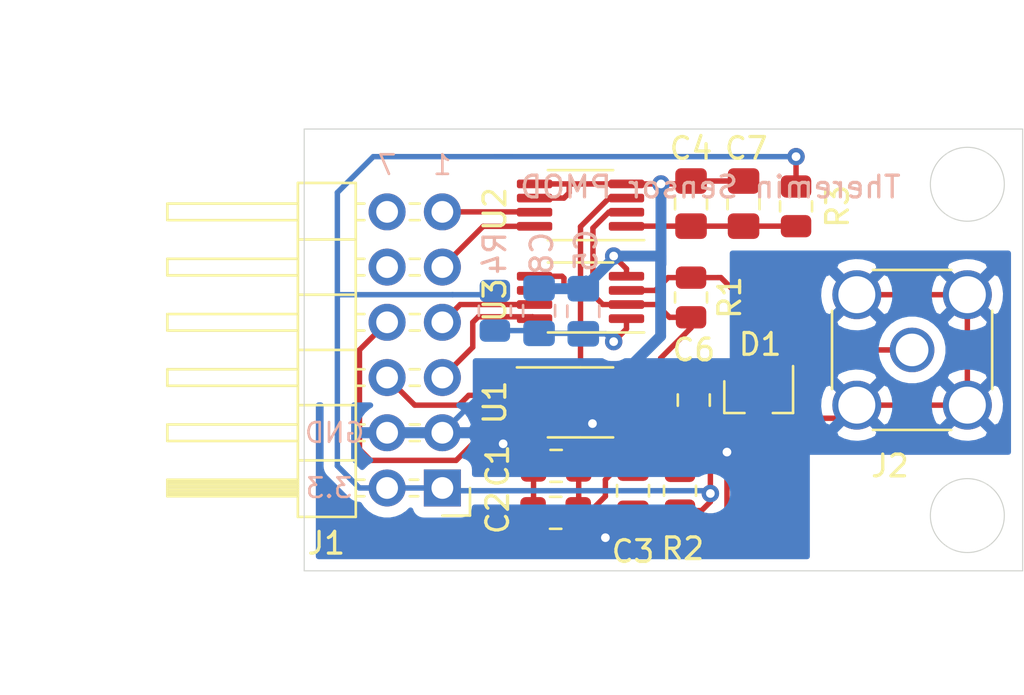
<source format=kicad_pcb>
(kicad_pcb (version 20171130) (host pcbnew "(5.1.7)-1")

  (general
    (thickness 1.6)
    (drawings 14)
    (tracks 185)
    (zones 0)
    (modules 18)
    (nets 17)
  )

  (page A4)
  (title_block
    (title "Theremin Sensor PMOD board for Digital Theremin")
    (date 2021-05-11)
    (rev 0.1)
    (company "Vadim Lopatin")
  )

  (layers
    (0 F.Cu signal)
    (31 B.Cu signal)
    (32 B.Adhes user)
    (33 F.Adhes user)
    (34 B.Paste user)
    (35 F.Paste user)
    (36 B.SilkS user)
    (37 F.SilkS user)
    (38 B.Mask user)
    (39 F.Mask user)
    (40 Dwgs.User user)
    (41 Cmts.User user)
    (42 Eco1.User user)
    (43 Eco2.User user)
    (44 Edge.Cuts user)
    (45 Margin user)
    (46 B.CrtYd user)
    (47 F.CrtYd user)
    (48 B.Fab user hide)
    (49 F.Fab user hide)
  )

  (setup
    (last_trace_width 0.25)
    (trace_clearance 0.2)
    (zone_clearance 0.508)
    (zone_45_only no)
    (trace_min 0.2)
    (via_size 0.8)
    (via_drill 0.4)
    (via_min_size 0.4)
    (via_min_drill 0.3)
    (uvia_size 0.3)
    (uvia_drill 0.1)
    (uvias_allowed no)
    (uvia_min_size 0.2)
    (uvia_min_drill 0.1)
    (edge_width 0.05)
    (segment_width 0.2)
    (pcb_text_width 0.3)
    (pcb_text_size 1.5 1.5)
    (mod_edge_width 0.12)
    (mod_text_size 1 1)
    (mod_text_width 0.15)
    (pad_size 1.524 1.524)
    (pad_drill 0.762)
    (pad_to_mask_clearance 0)
    (aux_axis_origin 0 0)
    (visible_elements 7FFFFFFF)
    (pcbplotparams
      (layerselection 0x010fc_ffffffff)
      (usegerberextensions false)
      (usegerberattributes true)
      (usegerberadvancedattributes true)
      (creategerberjobfile true)
      (excludeedgelayer true)
      (linewidth 0.100000)
      (plotframeref false)
      (viasonmask false)
      (mode 1)
      (useauxorigin false)
      (hpglpennumber 1)
      (hpglpenspeed 20)
      (hpglpendiameter 15.000000)
      (psnegative false)
      (psa4output false)
      (plotreference true)
      (plotvalue true)
      (plotinvisibletext false)
      (padsonsilk false)
      (subtractmaskfromsilk false)
      (outputformat 1)
      (mirror false)
      (drillshape 0)
      (scaleselection 1)
      (outputdirectory "gerber"))
  )

  (net 0 "")
  (net 1 +3V3)
  (net 2 GND)
  (net 3 "Net-(C10-Pad1)")
  (net 4 "Net-(C11-Pad1)")
  (net 5 "Net-(D1-Pad1)")
  (net 6 /OUTREF_P)
  (net 7 /IN_P)
  (net 8 /OUTREF_N)
  (net 9 /IN_N)
  (net 10 /OUTSHIFT_P)
  (net 11 /OUTSHIFT_N)
  (net 12 "Net-(R1-Pad2)")
  (net 13 "Net-(J1-Pad12)")
  (net 14 "Net-(J1-Pad10)")
  (net 15 "Net-(U1-Pad7)")
  (net 16 "Net-(C1-Pad1)")

  (net_class Default "This is the default net class."
    (clearance 0.2)
    (trace_width 0.25)
    (via_dia 0.8)
    (via_drill 0.4)
    (uvia_dia 0.3)
    (uvia_drill 0.1)
    (add_net +3V3)
    (add_net /IN_N)
    (add_net /IN_P)
    (add_net /OUTREF_N)
    (add_net /OUTREF_P)
    (add_net /OUTSHIFT_N)
    (add_net /OUTSHIFT_P)
    (add_net GND)
    (add_net "Net-(C1-Pad1)")
    (add_net "Net-(C10-Pad1)")
    (add_net "Net-(C11-Pad1)")
    (add_net "Net-(D1-Pad1)")
    (add_net "Net-(J1-Pad10)")
    (add_net "Net-(J1-Pad12)")
    (add_net "Net-(R1-Pad2)")
    (add_net "Net-(U1-Pad7)")
  )

  (module Resistor_SMD:R_0805_2012Metric (layer B.Cu) (tedit 5F68FEEE) (tstamp 6094E04C)
    (at 51.943 57.8885 90)
    (descr "Resistor SMD 0805 (2012 Metric), square (rectangular) end terminal, IPC_7351 nominal, (Body size source: IPC-SM-782 page 72, https://www.pcb-3d.com/wordpress/wp-content/uploads/ipc-sm-782a_amendment_1_and_2.pdf), generated with kicad-footprint-generator")
    (tags resistor)
    (path /60BED027)
    (attr smd)
    (fp_text reference R4 (at 2.6435 0 270) (layer B.SilkS)
      (effects (font (size 1 1) (thickness 0.15)) (justify mirror))
    )
    (fp_text value 1 (at 0 -1.65 270) (layer B.Fab)
      (effects (font (size 1 1) (thickness 0.15)) (justify mirror))
    )
    (fp_text user %R (at 0 0 270) (layer B.Fab)
      (effects (font (size 0.5 0.5) (thickness 0.08)) (justify mirror))
    )
    (fp_line (start -1 -0.625) (end -1 0.625) (layer B.Fab) (width 0.1))
    (fp_line (start -1 0.625) (end 1 0.625) (layer B.Fab) (width 0.1))
    (fp_line (start 1 0.625) (end 1 -0.625) (layer B.Fab) (width 0.1))
    (fp_line (start 1 -0.625) (end -1 -0.625) (layer B.Fab) (width 0.1))
    (fp_line (start -0.227064 0.735) (end 0.227064 0.735) (layer B.SilkS) (width 0.12))
    (fp_line (start -0.227064 -0.735) (end 0.227064 -0.735) (layer B.SilkS) (width 0.12))
    (fp_line (start -1.68 -0.95) (end -1.68 0.95) (layer B.CrtYd) (width 0.05))
    (fp_line (start -1.68 0.95) (end 1.68 0.95) (layer B.CrtYd) (width 0.05))
    (fp_line (start 1.68 0.95) (end 1.68 -0.95) (layer B.CrtYd) (width 0.05))
    (fp_line (start 1.68 -0.95) (end -1.68 -0.95) (layer B.CrtYd) (width 0.05))
    (pad 2 smd roundrect (at 0.9125 0 90) (size 1.025 1.4) (layers B.Cu B.Paste B.Mask) (roundrect_rratio 0.243902)
      (net 1 +3V3))
    (pad 1 smd roundrect (at -0.9125 0 90) (size 1.025 1.4) (layers B.Cu B.Paste B.Mask) (roundrect_rratio 0.243902)
      (net 4 "Net-(C11-Pad1)"))
    (model ${KISYS3DMOD}/Resistor_SMD.3dshapes/R_0805_2012Metric.wrl
      (at (xyz 0 0 0))
      (scale (xyz 1 1 1))
      (rotate (xyz 0 0 0))
    )
  )

  (module Resistor_SMD:R_0805_2012Metric (layer F.Cu) (tedit 5F68FEEE) (tstamp 6094E03B)
    (at 65.786 53.086 90)
    (descr "Resistor SMD 0805 (2012 Metric), square (rectangular) end terminal, IPC_7351 nominal, (Body size source: IPC-SM-782 page 72, https://www.pcb-3d.com/wordpress/wp-content/uploads/ipc-sm-782a_amendment_1_and_2.pdf), generated with kicad-footprint-generator")
    (tags resistor)
    (path /60BBFCE3)
    (attr smd)
    (fp_text reference R3 (at 0 1.905 270) (layer F.SilkS)
      (effects (font (size 1 1) (thickness 0.15)))
    )
    (fp_text value 1 (at 0 1.65 90) (layer F.Fab)
      (effects (font (size 1 1) (thickness 0.15)))
    )
    (fp_text user %R (at 0 0 90) (layer F.Fab)
      (effects (font (size 0.5 0.5) (thickness 0.08)))
    )
    (fp_line (start -1 0.625) (end -1 -0.625) (layer F.Fab) (width 0.1))
    (fp_line (start -1 -0.625) (end 1 -0.625) (layer F.Fab) (width 0.1))
    (fp_line (start 1 -0.625) (end 1 0.625) (layer F.Fab) (width 0.1))
    (fp_line (start 1 0.625) (end -1 0.625) (layer F.Fab) (width 0.1))
    (fp_line (start -0.227064 -0.735) (end 0.227064 -0.735) (layer F.SilkS) (width 0.12))
    (fp_line (start -0.227064 0.735) (end 0.227064 0.735) (layer F.SilkS) (width 0.12))
    (fp_line (start -1.68 0.95) (end -1.68 -0.95) (layer F.CrtYd) (width 0.05))
    (fp_line (start -1.68 -0.95) (end 1.68 -0.95) (layer F.CrtYd) (width 0.05))
    (fp_line (start 1.68 -0.95) (end 1.68 0.95) (layer F.CrtYd) (width 0.05))
    (fp_line (start 1.68 0.95) (end -1.68 0.95) (layer F.CrtYd) (width 0.05))
    (pad 2 smd roundrect (at 0.9125 0 90) (size 1.025 1.4) (layers F.Cu F.Paste F.Mask) (roundrect_rratio 0.243902)
      (net 1 +3V3))
    (pad 1 smd roundrect (at -0.9125 0 90) (size 1.025 1.4) (layers F.Cu F.Paste F.Mask) (roundrect_rratio 0.243902)
      (net 3 "Net-(C10-Pad1)"))
    (model ${KISYS3DMOD}/Resistor_SMD.3dshapes/R_0805_2012Metric.wrl
      (at (xyz 0 0 0))
      (scale (xyz 1 1 1))
      (rotate (xyz 0 0 0))
    )
  )

  (module Resistor_SMD:R_0805_2012Metric (layer F.Cu) (tedit 5F68FEEE) (tstamp 6094E02A)
    (at 60.452 66.167 270)
    (descr "Resistor SMD 0805 (2012 Metric), square (rectangular) end terminal, IPC_7351 nominal, (Body size source: IPC-SM-782 page 72, https://www.pcb-3d.com/wordpress/wp-content/uploads/ipc-sm-782a_amendment_1_and_2.pdf), generated with kicad-footprint-generator")
    (tags resistor)
    (path /60BC03EE)
    (attr smd)
    (fp_text reference R2 (at 2.667 -0.127 180) (layer F.SilkS)
      (effects (font (size 1 1) (thickness 0.15)))
    )
    (fp_text value 1 (at 0 1.65 90) (layer F.Fab)
      (effects (font (size 1 1) (thickness 0.15)))
    )
    (fp_text user %R (at 0 0 90) (layer F.Fab)
      (effects (font (size 0.5 0.5) (thickness 0.08)))
    )
    (fp_line (start -1 0.625) (end -1 -0.625) (layer F.Fab) (width 0.1))
    (fp_line (start -1 -0.625) (end 1 -0.625) (layer F.Fab) (width 0.1))
    (fp_line (start 1 -0.625) (end 1 0.625) (layer F.Fab) (width 0.1))
    (fp_line (start 1 0.625) (end -1 0.625) (layer F.Fab) (width 0.1))
    (fp_line (start -0.227064 -0.735) (end 0.227064 -0.735) (layer F.SilkS) (width 0.12))
    (fp_line (start -0.227064 0.735) (end 0.227064 0.735) (layer F.SilkS) (width 0.12))
    (fp_line (start -1.68 0.95) (end -1.68 -0.95) (layer F.CrtYd) (width 0.05))
    (fp_line (start -1.68 -0.95) (end 1.68 -0.95) (layer F.CrtYd) (width 0.05))
    (fp_line (start 1.68 -0.95) (end 1.68 0.95) (layer F.CrtYd) (width 0.05))
    (fp_line (start 1.68 0.95) (end -1.68 0.95) (layer F.CrtYd) (width 0.05))
    (pad 2 smd roundrect (at 0.9125 0 270) (size 1.025 1.4) (layers F.Cu F.Paste F.Mask) (roundrect_rratio 0.243902)
      (net 1 +3V3))
    (pad 1 smd roundrect (at -0.9125 0 270) (size 1.025 1.4) (layers F.Cu F.Paste F.Mask) (roundrect_rratio 0.243902)
      (net 16 "Net-(C1-Pad1)"))
    (model ${KISYS3DMOD}/Resistor_SMD.3dshapes/R_0805_2012Metric.wrl
      (at (xyz 0 0 0))
      (scale (xyz 1 1 1))
      (rotate (xyz 0 0 0))
    )
  )

  (module Connector_Coaxial:SMA_Wurth_60312002114503_Vertical (layer F.Cu) (tedit 5E1B8DC8) (tstamp 6092F910)
    (at 71.12 59.69 270)
    (descr https://www.we-online.de/katalog/datasheet/60312002114503.pdf)
    (tags "SMA THT Female Jack Vertical ExtendedLegs")
    (path /60A6D5D8)
    (fp_text reference J2 (at 5.334 1.016 180) (layer F.SilkS)
      (effects (font (size 1 1) (thickness 0.15)))
    )
    (fp_text value INDUCTOR (at 0 5 90) (layer F.Fab)
      (effects (font (size 1 1) (thickness 0.15)))
    )
    (fp_text user %R (at 0 0 90) (layer F.Fab)
      (effects (font (size 1 1) (thickness 0.15)))
    )
    (fp_circle (center 0 0) (end 3.175 0) (layer F.Fab) (width 0.1))
    (fp_line (start 4.17 4.17) (end -4.17 4.17) (layer F.CrtYd) (width 0.05))
    (fp_line (start 4.17 4.17) (end 4.17 -4.17) (layer F.CrtYd) (width 0.05))
    (fp_line (start -4.17 -4.17) (end -4.17 4.17) (layer F.CrtYd) (width 0.05))
    (fp_line (start -4.17 -4.17) (end 4.17 -4.17) (layer F.CrtYd) (width 0.05))
    (fp_line (start -3.5 -3.5) (end 3.5 -3.5) (layer F.Fab) (width 0.1))
    (fp_line (start -3.5 -3.5) (end -3.5 3.5) (layer F.Fab) (width 0.1))
    (fp_line (start -3.5 3.5) (end 3.5 3.5) (layer F.Fab) (width 0.1))
    (fp_line (start 3.5 -3.5) (end 3.5 3.5) (layer F.Fab) (width 0.1))
    (fp_line (start -3.68 -1.8) (end -3.68 1.8) (layer F.SilkS) (width 0.12))
    (fp_line (start 3.68 -1.8) (end 3.68 1.8) (layer F.SilkS) (width 0.12))
    (fp_line (start -1.8 3.68) (end 1.8 3.68) (layer F.SilkS) (width 0.12))
    (fp_line (start -1.8 -3.68) (end 1.8 -3.68) (layer F.SilkS) (width 0.12))
    (pad 2 thru_hole circle (at -2.54 2.54 270) (size 2.25 2.25) (drill 1.7) (layers *.Cu *.Mask)
      (net 2 GND))
    (pad 2 thru_hole circle (at -2.54 -2.54 270) (size 2.25 2.25) (drill 1.7) (layers *.Cu *.Mask)
      (net 2 GND))
    (pad 2 thru_hole circle (at 2.54 -2.54 270) (size 2.25 2.25) (drill 1.7) (layers *.Cu *.Mask)
      (net 2 GND))
    (pad 2 thru_hole circle (at 2.54 2.54 270) (size 2.25 2.25) (drill 1.7) (layers *.Cu *.Mask)
      (net 2 GND))
    (pad 1 thru_hole circle (at 0 0 270) (size 2.05 2.05) (drill 1.5) (layers *.Cu *.Mask)
      (net 5 "Net-(D1-Pad1)"))
    (model ${KISYS3DMOD}/Connector_Coaxial.3dshapes/SMA_Wurth_60312002114503_Vertical.wrl
      (at (xyz 0 0 0))
      (scale (xyz 1 1 1))
      (rotate (xyz 0 0 0))
    )
  )

  (module Package_SO:MSOP-8_3x3mm_P0.65mm (layer F.Cu) (tedit 5E509FDD) (tstamp 6092F9E8)
    (at 55.88 57.277 180)
    (descr "MSOP, 8 Pin (https://www.jedec.org/system/files/docs/mo-187F.pdf variant AA), generated with kicad-footprint-generator ipc_gullwing_generator.py")
    (tags "MSOP SO")
    (path /6096086F)
    (attr smd)
    (fp_text reference U3 (at 3.937 -0.127 90) (layer F.SilkS)
      (effects (font (size 1 1) (thickness 0.15)))
    )
    (fp_text value LT1711xMS8 (at 0 2.45) (layer F.Fab)
      (effects (font (size 1 1) (thickness 0.15)))
    )
    (fp_text user %R (at 0 0) (layer F.Fab)
      (effects (font (size 0.75 0.75) (thickness 0.11)))
    )
    (fp_line (start 0 1.61) (end 1.5 1.61) (layer F.SilkS) (width 0.12))
    (fp_line (start 0 1.61) (end -1.5 1.61) (layer F.SilkS) (width 0.12))
    (fp_line (start 0 -1.61) (end 1.5 -1.61) (layer F.SilkS) (width 0.12))
    (fp_line (start 0 -1.61) (end -2.925 -1.61) (layer F.SilkS) (width 0.12))
    (fp_line (start -0.75 -1.5) (end 1.5 -1.5) (layer F.Fab) (width 0.1))
    (fp_line (start 1.5 -1.5) (end 1.5 1.5) (layer F.Fab) (width 0.1))
    (fp_line (start 1.5 1.5) (end -1.5 1.5) (layer F.Fab) (width 0.1))
    (fp_line (start -1.5 1.5) (end -1.5 -0.75) (layer F.Fab) (width 0.1))
    (fp_line (start -1.5 -0.75) (end -0.75 -1.5) (layer F.Fab) (width 0.1))
    (fp_line (start -3.18 -1.75) (end -3.18 1.75) (layer F.CrtYd) (width 0.05))
    (fp_line (start -3.18 1.75) (end 3.18 1.75) (layer F.CrtYd) (width 0.05))
    (fp_line (start 3.18 1.75) (end 3.18 -1.75) (layer F.CrtYd) (width 0.05))
    (fp_line (start 3.18 -1.75) (end -3.18 -1.75) (layer F.CrtYd) (width 0.05))
    (pad 8 smd roundrect (at 2.1125 -0.975 180) (size 1.625 0.4) (layers F.Cu F.Paste F.Mask) (roundrect_rratio 0.25)
      (net 11 /OUTSHIFT_N))
    (pad 7 smd roundrect (at 2.1125 -0.325 180) (size 1.625 0.4) (layers F.Cu F.Paste F.Mask) (roundrect_rratio 0.25)
      (net 10 /OUTSHIFT_P))
    (pad 6 smd roundrect (at 2.1125 0.325 180) (size 1.625 0.4) (layers F.Cu F.Paste F.Mask) (roundrect_rratio 0.25)
      (net 2 GND))
    (pad 5 smd roundrect (at 2.1125 0.975 180) (size 1.625 0.4) (layers F.Cu F.Paste F.Mask) (roundrect_rratio 0.25)
      (net 2 GND))
    (pad 4 smd roundrect (at -2.1125 0.975 180) (size 1.625 0.4) (layers F.Cu F.Paste F.Mask) (roundrect_rratio 0.25)
      (net 2 GND))
    (pad 3 smd roundrect (at -2.1125 0.325 180) (size 1.625 0.4) (layers F.Cu F.Paste F.Mask) (roundrect_rratio 0.25)
      (net 5 "Net-(D1-Pad1)"))
    (pad 2 smd roundrect (at -2.1125 -0.325 180) (size 1.625 0.4) (layers F.Cu F.Paste F.Mask) (roundrect_rratio 0.25)
      (net 12 "Net-(R1-Pad2)"))
    (pad 1 smd roundrect (at -2.1125 -0.975 180) (size 1.625 0.4) (layers F.Cu F.Paste F.Mask) (roundrect_rratio 0.25)
      (net 4 "Net-(C11-Pad1)"))
    (model ${KISYS3DMOD}/Package_SO.3dshapes/MSOP-8_3x3mm_P0.65mm.wrl
      (at (xyz 0 0 0))
      (scale (xyz 1 1 1))
      (rotate (xyz 0 0 0))
    )
  )

  (module Package_SO:MSOP-8_3x3mm_P0.65mm (layer F.Cu) (tedit 5E509FDD) (tstamp 6092F9CE)
    (at 55.88 53.03 180)
    (descr "MSOP, 8 Pin (https://www.jedec.org/system/files/docs/mo-187F.pdf variant AA), generated with kicad-footprint-generator ipc_gullwing_generator.py")
    (tags "MSOP SO")
    (path /60A4D5FF)
    (attr smd)
    (fp_text reference U2 (at 3.937 -0.183 90) (layer F.SilkS)
      (effects (font (size 1 1) (thickness 0.15)))
    )
    (fp_text value LT1711xMS8 (at 0 2.45) (layer F.Fab)
      (effects (font (size 1 1) (thickness 0.15)))
    )
    (fp_text user %R (at 0 0) (layer F.Fab)
      (effects (font (size 0.75 0.75) (thickness 0.11)))
    )
    (fp_line (start 0 1.61) (end 1.5 1.61) (layer F.SilkS) (width 0.12))
    (fp_line (start 0 1.61) (end -1.5 1.61) (layer F.SilkS) (width 0.12))
    (fp_line (start 0 -1.61) (end 1.5 -1.61) (layer F.SilkS) (width 0.12))
    (fp_line (start 0 -1.61) (end -2.925 -1.61) (layer F.SilkS) (width 0.12))
    (fp_line (start -0.75 -1.5) (end 1.5 -1.5) (layer F.Fab) (width 0.1))
    (fp_line (start 1.5 -1.5) (end 1.5 1.5) (layer F.Fab) (width 0.1))
    (fp_line (start 1.5 1.5) (end -1.5 1.5) (layer F.Fab) (width 0.1))
    (fp_line (start -1.5 1.5) (end -1.5 -0.75) (layer F.Fab) (width 0.1))
    (fp_line (start -1.5 -0.75) (end -0.75 -1.5) (layer F.Fab) (width 0.1))
    (fp_line (start -3.18 -1.75) (end -3.18 1.75) (layer F.CrtYd) (width 0.05))
    (fp_line (start -3.18 1.75) (end 3.18 1.75) (layer F.CrtYd) (width 0.05))
    (fp_line (start 3.18 1.75) (end 3.18 -1.75) (layer F.CrtYd) (width 0.05))
    (fp_line (start 3.18 -1.75) (end -3.18 -1.75) (layer F.CrtYd) (width 0.05))
    (pad 8 smd roundrect (at 2.1125 -0.975 180) (size 1.625 0.4) (layers F.Cu F.Paste F.Mask) (roundrect_rratio 0.25)
      (net 8 /OUTREF_N))
    (pad 7 smd roundrect (at 2.1125 -0.325 180) (size 1.625 0.4) (layers F.Cu F.Paste F.Mask) (roundrect_rratio 0.25)
      (net 6 /OUTREF_P))
    (pad 6 smd roundrect (at 2.1125 0.325 180) (size 1.625 0.4) (layers F.Cu F.Paste F.Mask) (roundrect_rratio 0.25)
      (net 2 GND))
    (pad 5 smd roundrect (at 2.1125 0.975 180) (size 1.625 0.4) (layers F.Cu F.Paste F.Mask) (roundrect_rratio 0.25)
      (net 2 GND))
    (pad 4 smd roundrect (at -2.1125 0.975 180) (size 1.625 0.4) (layers F.Cu F.Paste F.Mask) (roundrect_rratio 0.25)
      (net 2 GND))
    (pad 3 smd roundrect (at -2.1125 0.325 180) (size 1.625 0.4) (layers F.Cu F.Paste F.Mask) (roundrect_rratio 0.25)
      (net 15 "Net-(U1-Pad7)"))
    (pad 2 smd roundrect (at -2.1125 -0.325 180) (size 1.625 0.4) (layers F.Cu F.Paste F.Mask) (roundrect_rratio 0.25)
      (net 12 "Net-(R1-Pad2)"))
    (pad 1 smd roundrect (at -2.1125 -0.975 180) (size 1.625 0.4) (layers F.Cu F.Paste F.Mask) (roundrect_rratio 0.25)
      (net 3 "Net-(C10-Pad1)"))
    (model ${KISYS3DMOD}/Package_SO.3dshapes/MSOP-8_3x3mm_P0.65mm.wrl
      (at (xyz 0 0 0))
      (scale (xyz 1 1 1))
      (rotate (xyz 0 0 0))
    )
  )

  (module Package_SO:MSOP-8_3x3mm_P0.65mm (layer F.Cu) (tedit 5E509FDD) (tstamp 6092F9B4)
    (at 55.88 62.103)
    (descr "MSOP, 8 Pin (https://www.jedec.org/system/files/docs/mo-187F.pdf variant AA), generated with kicad-footprint-generator ipc_gullwing_generator.py")
    (tags "MSOP SO")
    (path /60A5078D)
    (attr smd)
    (fp_text reference U1 (at -3.937 0 90) (layer F.SilkS)
      (effects (font (size 1 1) (thickness 0.15)))
    )
    (fp_text value LT1711xMS8 (at 0 2.45) (layer F.Fab)
      (effects (font (size 1 1) (thickness 0.15)))
    )
    (fp_text user %R (at 0 0) (layer F.Fab)
      (effects (font (size 0.75 0.75) (thickness 0.11)))
    )
    (fp_line (start 0 1.61) (end 1.5 1.61) (layer F.SilkS) (width 0.12))
    (fp_line (start 0 1.61) (end -1.5 1.61) (layer F.SilkS) (width 0.12))
    (fp_line (start 0 -1.61) (end 1.5 -1.61) (layer F.SilkS) (width 0.12))
    (fp_line (start 0 -1.61) (end -2.925 -1.61) (layer F.SilkS) (width 0.12))
    (fp_line (start -0.75 -1.5) (end 1.5 -1.5) (layer F.Fab) (width 0.1))
    (fp_line (start 1.5 -1.5) (end 1.5 1.5) (layer F.Fab) (width 0.1))
    (fp_line (start 1.5 1.5) (end -1.5 1.5) (layer F.Fab) (width 0.1))
    (fp_line (start -1.5 1.5) (end -1.5 -0.75) (layer F.Fab) (width 0.1))
    (fp_line (start -1.5 -0.75) (end -0.75 -1.5) (layer F.Fab) (width 0.1))
    (fp_line (start -3.18 -1.75) (end -3.18 1.75) (layer F.CrtYd) (width 0.05))
    (fp_line (start -3.18 1.75) (end 3.18 1.75) (layer F.CrtYd) (width 0.05))
    (fp_line (start 3.18 1.75) (end 3.18 -1.75) (layer F.CrtYd) (width 0.05))
    (fp_line (start 3.18 -1.75) (end -3.18 -1.75) (layer F.CrtYd) (width 0.05))
    (pad 8 smd roundrect (at 2.1125 -0.975) (size 1.625 0.4) (layers F.Cu F.Paste F.Mask) (roundrect_rratio 0.25)
      (net 12 "Net-(R1-Pad2)"))
    (pad 7 smd roundrect (at 2.1125 -0.325) (size 1.625 0.4) (layers F.Cu F.Paste F.Mask) (roundrect_rratio 0.25)
      (net 15 "Net-(U1-Pad7)"))
    (pad 6 smd roundrect (at 2.1125 0.325) (size 1.625 0.4) (layers F.Cu F.Paste F.Mask) (roundrect_rratio 0.25)
      (net 2 GND))
    (pad 5 smd roundrect (at 2.1125 0.975) (size 1.625 0.4) (layers F.Cu F.Paste F.Mask) (roundrect_rratio 0.25)
      (net 2 GND))
    (pad 4 smd roundrect (at -2.1125 0.975) (size 1.625 0.4) (layers F.Cu F.Paste F.Mask) (roundrect_rratio 0.25)
      (net 2 GND))
    (pad 3 smd roundrect (at -2.1125 0.325) (size 1.625 0.4) (layers F.Cu F.Paste F.Mask) (roundrect_rratio 0.25)
      (net 7 /IN_P))
    (pad 2 smd roundrect (at -2.1125 -0.325) (size 1.625 0.4) (layers F.Cu F.Paste F.Mask) (roundrect_rratio 0.25)
      (net 9 /IN_N))
    (pad 1 smd roundrect (at -2.1125 -0.975) (size 1.625 0.4) (layers F.Cu F.Paste F.Mask) (roundrect_rratio 0.25)
      (net 16 "Net-(C1-Pad1)"))
    (model ${KISYS3DMOD}/Package_SO.3dshapes/MSOP-8_3x3mm_P0.65mm.wrl
      (at (xyz 0 0 0))
      (scale (xyz 1 1 1))
      (rotate (xyz 0 0 0))
    )
  )

  (module Resistor_SMD:R_0805_2012Metric (layer F.Cu) (tedit 5F68FEEE) (tstamp 6092F99A)
    (at 60.96 57.277 270)
    (descr "Resistor SMD 0805 (2012 Metric), square (rectangular) end terminal, IPC_7351 nominal, (Body size source: IPC-SM-782 page 72, https://www.pcb-3d.com/wordpress/wp-content/uploads/ipc-sm-782a_amendment_1_and_2.pdf), generated with kicad-footprint-generator")
    (tags resistor)
    (path /60A614D7)
    (attr smd)
    (fp_text reference R1 (at 0 -1.778 90) (layer F.SilkS)
      (effects (font (size 1 1) (thickness 0.15)))
    )
    (fp_text value 22 (at 0 1.65 90) (layer F.Fab)
      (effects (font (size 1 1) (thickness 0.15)))
    )
    (fp_text user %R (at 0 0 90) (layer F.Fab)
      (effects (font (size 0.5 0.5) (thickness 0.08)))
    )
    (fp_line (start -1 0.625) (end -1 -0.625) (layer F.Fab) (width 0.1))
    (fp_line (start -1 -0.625) (end 1 -0.625) (layer F.Fab) (width 0.1))
    (fp_line (start 1 -0.625) (end 1 0.625) (layer F.Fab) (width 0.1))
    (fp_line (start 1 0.625) (end -1 0.625) (layer F.Fab) (width 0.1))
    (fp_line (start -0.227064 -0.735) (end 0.227064 -0.735) (layer F.SilkS) (width 0.12))
    (fp_line (start -0.227064 0.735) (end 0.227064 0.735) (layer F.SilkS) (width 0.12))
    (fp_line (start -1.68 0.95) (end -1.68 -0.95) (layer F.CrtYd) (width 0.05))
    (fp_line (start -1.68 -0.95) (end 1.68 -0.95) (layer F.CrtYd) (width 0.05))
    (fp_line (start 1.68 -0.95) (end 1.68 0.95) (layer F.CrtYd) (width 0.05))
    (fp_line (start 1.68 0.95) (end -1.68 0.95) (layer F.CrtYd) (width 0.05))
    (pad 2 smd roundrect (at 0.9125 0 270) (size 1.025 1.4) (layers F.Cu F.Paste F.Mask) (roundrect_rratio 0.243902)
      (net 12 "Net-(R1-Pad2)"))
    (pad 1 smd roundrect (at -0.9125 0 270) (size 1.025 1.4) (layers F.Cu F.Paste F.Mask) (roundrect_rratio 0.243902)
      (net 5 "Net-(D1-Pad1)"))
    (model ${KISYS3DMOD}/Resistor_SMD.3dshapes/R_0805_2012Metric.wrl
      (at (xyz 0 0 0))
      (scale (xyz 1 1 1))
      (rotate (xyz 0 0 0))
    )
  )

  (module Package_TO_SOT_SMD:SOT-23 (layer F.Cu) (tedit 5A02FF57) (tstamp 6092F875)
    (at 64.069 61.833 270)
    (descr "SOT-23, Standard")
    (tags SOT-23)
    (path /60A794AC)
    (attr smd)
    (fp_text reference D1 (at -2.397 -0.066 180) (layer F.SilkS)
      (effects (font (size 1 1) (thickness 0.15)))
    )
    (fp_text value CM1213A-01SO (at 0 2.5 90) (layer F.Fab)
      (effects (font (size 1 1) (thickness 0.15)))
    )
    (fp_text user %R (at 0 0) (layer F.Fab)
      (effects (font (size 0.5 0.5) (thickness 0.075)))
    )
    (fp_line (start -0.7 -0.95) (end -0.7 1.5) (layer F.Fab) (width 0.1))
    (fp_line (start -0.15 -1.52) (end 0.7 -1.52) (layer F.Fab) (width 0.1))
    (fp_line (start -0.7 -0.95) (end -0.15 -1.52) (layer F.Fab) (width 0.1))
    (fp_line (start 0.7 -1.52) (end 0.7 1.52) (layer F.Fab) (width 0.1))
    (fp_line (start -0.7 1.52) (end 0.7 1.52) (layer F.Fab) (width 0.1))
    (fp_line (start 0.76 1.58) (end 0.76 0.65) (layer F.SilkS) (width 0.12))
    (fp_line (start 0.76 -1.58) (end 0.76 -0.65) (layer F.SilkS) (width 0.12))
    (fp_line (start -1.7 -1.75) (end 1.7 -1.75) (layer F.CrtYd) (width 0.05))
    (fp_line (start 1.7 -1.75) (end 1.7 1.75) (layer F.CrtYd) (width 0.05))
    (fp_line (start 1.7 1.75) (end -1.7 1.75) (layer F.CrtYd) (width 0.05))
    (fp_line (start -1.7 1.75) (end -1.7 -1.75) (layer F.CrtYd) (width 0.05))
    (fp_line (start 0.76 -1.58) (end -1.4 -1.58) (layer F.SilkS) (width 0.12))
    (fp_line (start 0.76 1.58) (end -0.7 1.58) (layer F.SilkS) (width 0.12))
    (pad 3 smd rect (at 1 0 270) (size 0.9 0.8) (layers F.Cu F.Paste F.Mask)
      (net 2 GND))
    (pad 2 smd rect (at -1 0.95 270) (size 0.9 0.8) (layers F.Cu F.Paste F.Mask)
      (net 1 +3V3))
    (pad 1 smd rect (at -1 -0.95 270) (size 0.9 0.8) (layers F.Cu F.Paste F.Mask)
      (net 5 "Net-(D1-Pad1)"))
    (model ${KISYS3DMOD}/Package_TO_SOT_SMD.3dshapes/SOT-23.wrl
      (at (xyz 0 0 0))
      (scale (xyz 1 1 1))
      (rotate (xyz 0 0 0))
    )
  )

  (module Capacitor_SMD:C_0805_2012Metric_Pad1.18x1.45mm_HandSolder (layer B.Cu) (tedit 5F68FEEF) (tstamp 6092F83E)
    (at 53.975 57.8905 90)
    (descr "Capacitor SMD 0805 (2012 Metric), square (rectangular) end terminal, IPC_7351 nominal with elongated pad for handsoldering. (Body size source: IPC-SM-782 page 76, https://www.pcb-3d.com/wordpress/wp-content/uploads/ipc-sm-782a_amendment_1_and_2.pdf, https://docs.google.com/spreadsheets/d/1BsfQQcO9C6DZCsRaXUlFlo91Tg2WpOkGARC1WS5S8t0/edit?usp=sharing), generated with kicad-footprint-generator")
    (tags "capacitor handsolder")
    (path /60963B00)
    (attr smd)
    (fp_text reference C8 (at 2.6455 0.127 90) (layer B.SilkS)
      (effects (font (size 1 1) (thickness 0.15)) (justify mirror))
    )
    (fp_text value 1uF (at 0 -1.68 90) (layer B.Fab)
      (effects (font (size 1 1) (thickness 0.15)) (justify mirror))
    )
    (fp_text user %R (at 0 0 90) (layer B.Fab)
      (effects (font (size 0.5 0.5) (thickness 0.08)) (justify mirror))
    )
    (fp_line (start -1 -0.625) (end -1 0.625) (layer B.Fab) (width 0.1))
    (fp_line (start -1 0.625) (end 1 0.625) (layer B.Fab) (width 0.1))
    (fp_line (start 1 0.625) (end 1 -0.625) (layer B.Fab) (width 0.1))
    (fp_line (start 1 -0.625) (end -1 -0.625) (layer B.Fab) (width 0.1))
    (fp_line (start -0.261252 0.735) (end 0.261252 0.735) (layer B.SilkS) (width 0.12))
    (fp_line (start -0.261252 -0.735) (end 0.261252 -0.735) (layer B.SilkS) (width 0.12))
    (fp_line (start -1.88 -0.98) (end -1.88 0.98) (layer B.CrtYd) (width 0.05))
    (fp_line (start -1.88 0.98) (end 1.88 0.98) (layer B.CrtYd) (width 0.05))
    (fp_line (start 1.88 0.98) (end 1.88 -0.98) (layer B.CrtYd) (width 0.05))
    (fp_line (start 1.88 -0.98) (end -1.88 -0.98) (layer B.CrtYd) (width 0.05))
    (pad 2 smd roundrect (at 1.0375 0 90) (size 1.175 1.45) (layers B.Cu B.Paste B.Mask) (roundrect_rratio 0.212766)
      (net 2 GND))
    (pad 1 smd roundrect (at -1.0375 0 90) (size 1.175 1.45) (layers B.Cu B.Paste B.Mask) (roundrect_rratio 0.212766)
      (net 4 "Net-(C11-Pad1)"))
    (model ${KISYS3DMOD}/Capacitor_SMD.3dshapes/C_0805_2012Metric.wrl
      (at (xyz 0 0 0))
      (scale (xyz 1 1 1))
      (rotate (xyz 0 0 0))
    )
  )

  (module Capacitor_SMD:C_0805_2012Metric_Pad1.18x1.45mm_HandSolder (layer F.Cu) (tedit 5F68FEEF) (tstamp 6092F82D)
    (at 63.373 52.959 90)
    (descr "Capacitor SMD 0805 (2012 Metric), square (rectangular) end terminal, IPC_7351 nominal with elongated pad for handsoldering. (Body size source: IPC-SM-782 page 76, https://www.pcb-3d.com/wordpress/wp-content/uploads/ipc-sm-782a_amendment_1_and_2.pdf, https://docs.google.com/spreadsheets/d/1BsfQQcO9C6DZCsRaXUlFlo91Tg2WpOkGARC1WS5S8t0/edit?usp=sharing), generated with kicad-footprint-generator")
    (tags "capacitor handsolder")
    (path /60A4D753)
    (attr smd)
    (fp_text reference C7 (at 2.54 0.127 180) (layer F.SilkS)
      (effects (font (size 1 1) (thickness 0.15)))
    )
    (fp_text value 1uF (at 0 1.68 90) (layer F.Fab)
      (effects (font (size 1 1) (thickness 0.15)))
    )
    (fp_text user %R (at 0 0 90) (layer F.Fab)
      (effects (font (size 0.5 0.5) (thickness 0.08)))
    )
    (fp_line (start -1 0.625) (end -1 -0.625) (layer F.Fab) (width 0.1))
    (fp_line (start -1 -0.625) (end 1 -0.625) (layer F.Fab) (width 0.1))
    (fp_line (start 1 -0.625) (end 1 0.625) (layer F.Fab) (width 0.1))
    (fp_line (start 1 0.625) (end -1 0.625) (layer F.Fab) (width 0.1))
    (fp_line (start -0.261252 -0.735) (end 0.261252 -0.735) (layer F.SilkS) (width 0.12))
    (fp_line (start -0.261252 0.735) (end 0.261252 0.735) (layer F.SilkS) (width 0.12))
    (fp_line (start -1.88 0.98) (end -1.88 -0.98) (layer F.CrtYd) (width 0.05))
    (fp_line (start -1.88 -0.98) (end 1.88 -0.98) (layer F.CrtYd) (width 0.05))
    (fp_line (start 1.88 -0.98) (end 1.88 0.98) (layer F.CrtYd) (width 0.05))
    (fp_line (start 1.88 0.98) (end -1.88 0.98) (layer F.CrtYd) (width 0.05))
    (pad 2 smd roundrect (at 1.0375 0 90) (size 1.175 1.45) (layers F.Cu F.Paste F.Mask) (roundrect_rratio 0.212766)
      (net 2 GND))
    (pad 1 smd roundrect (at -1.0375 0 90) (size 1.175 1.45) (layers F.Cu F.Paste F.Mask) (roundrect_rratio 0.212766)
      (net 3 "Net-(C10-Pad1)"))
    (model ${KISYS3DMOD}/Capacitor_SMD.3dshapes/C_0805_2012Metric.wrl
      (at (xyz 0 0 0))
      (scale (xyz 1 1 1))
      (rotate (xyz 0 0 0))
    )
  )

  (module Capacitor_SMD:C_0805_2012Metric_Pad1.18x1.45mm_HandSolder (layer F.Cu) (tedit 5F68FEEF) (tstamp 6092F81C)
    (at 61.087 61.9975 270)
    (descr "Capacitor SMD 0805 (2012 Metric), square (rectangular) end terminal, IPC_7351 nominal with elongated pad for handsoldering. (Body size source: IPC-SM-782 page 76, https://www.pcb-3d.com/wordpress/wp-content/uploads/ipc-sm-782a_amendment_1_and_2.pdf, https://docs.google.com/spreadsheets/d/1BsfQQcO9C6DZCsRaXUlFlo91Tg2WpOkGARC1WS5S8t0/edit?usp=sharing), generated with kicad-footprint-generator")
    (tags "capacitor handsolder")
    (path /60A7D7BA)
    (attr smd)
    (fp_text reference C6 (at -2.3075 0 180) (layer F.SilkS)
      (effects (font (size 1 1) (thickness 0.15)))
    )
    (fp_text value 0.1uF (at 0 1.68 90) (layer F.Fab)
      (effects (font (size 1 1) (thickness 0.15)))
    )
    (fp_text user %R (at 0 0 90) (layer F.Fab)
      (effects (font (size 0.5 0.5) (thickness 0.08)))
    )
    (fp_line (start -1 0.625) (end -1 -0.625) (layer F.Fab) (width 0.1))
    (fp_line (start -1 -0.625) (end 1 -0.625) (layer F.Fab) (width 0.1))
    (fp_line (start 1 -0.625) (end 1 0.625) (layer F.Fab) (width 0.1))
    (fp_line (start 1 0.625) (end -1 0.625) (layer F.Fab) (width 0.1))
    (fp_line (start -0.261252 -0.735) (end 0.261252 -0.735) (layer F.SilkS) (width 0.12))
    (fp_line (start -0.261252 0.735) (end 0.261252 0.735) (layer F.SilkS) (width 0.12))
    (fp_line (start -1.88 0.98) (end -1.88 -0.98) (layer F.CrtYd) (width 0.05))
    (fp_line (start -1.88 -0.98) (end 1.88 -0.98) (layer F.CrtYd) (width 0.05))
    (fp_line (start 1.88 -0.98) (end 1.88 0.98) (layer F.CrtYd) (width 0.05))
    (fp_line (start 1.88 0.98) (end -1.88 0.98) (layer F.CrtYd) (width 0.05))
    (pad 2 smd roundrect (at 1.0375 0 270) (size 1.175 1.45) (layers F.Cu F.Paste F.Mask) (roundrect_rratio 0.212766)
      (net 2 GND))
    (pad 1 smd roundrect (at -1.0375 0 270) (size 1.175 1.45) (layers F.Cu F.Paste F.Mask) (roundrect_rratio 0.212766)
      (net 1 +3V3))
    (model ${KISYS3DMOD}/Capacitor_SMD.3dshapes/C_0805_2012Metric.wrl
      (at (xyz 0 0 0))
      (scale (xyz 1 1 1))
      (rotate (xyz 0 0 0))
    )
  )

  (module Capacitor_SMD:C_0805_2012Metric_Pad1.18x1.45mm_HandSolder (layer B.Cu) (tedit 5F68FEEF) (tstamp 6092F80B)
    (at 56.007 57.912 90)
    (descr "Capacitor SMD 0805 (2012 Metric), square (rectangular) end terminal, IPC_7351 nominal with elongated pad for handsoldering. (Body size source: IPC-SM-782 page 76, https://www.pcb-3d.com/wordpress/wp-content/uploads/ipc-sm-782a_amendment_1_and_2.pdf, https://docs.google.com/spreadsheets/d/1BsfQQcO9C6DZCsRaXUlFlo91Tg2WpOkGARC1WS5S8t0/edit?usp=sharing), generated with kicad-footprint-generator")
    (tags "capacitor handsolder")
    (path /609625C7)
    (attr smd)
    (fp_text reference C5 (at 2.794 0.127 90) (layer B.SilkS)
      (effects (font (size 1 1) (thickness 0.15)) (justify mirror))
    )
    (fp_text value 0.1uF (at 0 -1.68 90) (layer B.Fab)
      (effects (font (size 1 1) (thickness 0.15)) (justify mirror))
    )
    (fp_text user %R (at 0 0 90) (layer B.Fab)
      (effects (font (size 0.5 0.5) (thickness 0.08)) (justify mirror))
    )
    (fp_line (start -1 -0.625) (end -1 0.625) (layer B.Fab) (width 0.1))
    (fp_line (start -1 0.625) (end 1 0.625) (layer B.Fab) (width 0.1))
    (fp_line (start 1 0.625) (end 1 -0.625) (layer B.Fab) (width 0.1))
    (fp_line (start 1 -0.625) (end -1 -0.625) (layer B.Fab) (width 0.1))
    (fp_line (start -0.261252 0.735) (end 0.261252 0.735) (layer B.SilkS) (width 0.12))
    (fp_line (start -0.261252 -0.735) (end 0.261252 -0.735) (layer B.SilkS) (width 0.12))
    (fp_line (start -1.88 -0.98) (end -1.88 0.98) (layer B.CrtYd) (width 0.05))
    (fp_line (start -1.88 0.98) (end 1.88 0.98) (layer B.CrtYd) (width 0.05))
    (fp_line (start 1.88 0.98) (end 1.88 -0.98) (layer B.CrtYd) (width 0.05))
    (fp_line (start 1.88 -0.98) (end -1.88 -0.98) (layer B.CrtYd) (width 0.05))
    (pad 2 smd roundrect (at 1.0375 0 90) (size 1.175 1.45) (layers B.Cu B.Paste B.Mask) (roundrect_rratio 0.212766)
      (net 2 GND))
    (pad 1 smd roundrect (at -1.0375 0 90) (size 1.175 1.45) (layers B.Cu B.Paste B.Mask) (roundrect_rratio 0.212766)
      (net 4 "Net-(C11-Pad1)"))
    (model ${KISYS3DMOD}/Capacitor_SMD.3dshapes/C_0805_2012Metric.wrl
      (at (xyz 0 0 0))
      (scale (xyz 1 1 1))
      (rotate (xyz 0 0 0))
    )
  )

  (module Capacitor_SMD:C_0805_2012Metric_Pad1.18x1.45mm_HandSolder (layer F.Cu) (tedit 5F68FEEF) (tstamp 6092F7FA)
    (at 60.96 52.959 90)
    (descr "Capacitor SMD 0805 (2012 Metric), square (rectangular) end terminal, IPC_7351 nominal with elongated pad for handsoldering. (Body size source: IPC-SM-782 page 76, https://www.pcb-3d.com/wordpress/wp-content/uploads/ipc-sm-782a_amendment_1_and_2.pdf, https://docs.google.com/spreadsheets/d/1BsfQQcO9C6DZCsRaXUlFlo91Tg2WpOkGARC1WS5S8t0/edit?usp=sharing), generated with kicad-footprint-generator")
    (tags "capacitor handsolder")
    (path /60A4D749)
    (attr smd)
    (fp_text reference C4 (at 2.54 0 180) (layer F.SilkS)
      (effects (font (size 1 1) (thickness 0.15)))
    )
    (fp_text value 0.1uF (at 0 1.68 90) (layer F.Fab)
      (effects (font (size 1 1) (thickness 0.15)))
    )
    (fp_text user %R (at 0 0 90) (layer F.Fab)
      (effects (font (size 0.5 0.5) (thickness 0.08)))
    )
    (fp_line (start -1 0.625) (end -1 -0.625) (layer F.Fab) (width 0.1))
    (fp_line (start -1 -0.625) (end 1 -0.625) (layer F.Fab) (width 0.1))
    (fp_line (start 1 -0.625) (end 1 0.625) (layer F.Fab) (width 0.1))
    (fp_line (start 1 0.625) (end -1 0.625) (layer F.Fab) (width 0.1))
    (fp_line (start -0.261252 -0.735) (end 0.261252 -0.735) (layer F.SilkS) (width 0.12))
    (fp_line (start -0.261252 0.735) (end 0.261252 0.735) (layer F.SilkS) (width 0.12))
    (fp_line (start -1.88 0.98) (end -1.88 -0.98) (layer F.CrtYd) (width 0.05))
    (fp_line (start -1.88 -0.98) (end 1.88 -0.98) (layer F.CrtYd) (width 0.05))
    (fp_line (start 1.88 -0.98) (end 1.88 0.98) (layer F.CrtYd) (width 0.05))
    (fp_line (start 1.88 0.98) (end -1.88 0.98) (layer F.CrtYd) (width 0.05))
    (pad 2 smd roundrect (at 1.0375 0 90) (size 1.175 1.45) (layers F.Cu F.Paste F.Mask) (roundrect_rratio 0.212766)
      (net 2 GND))
    (pad 1 smd roundrect (at -1.0375 0 90) (size 1.175 1.45) (layers F.Cu F.Paste F.Mask) (roundrect_rratio 0.212766)
      (net 3 "Net-(C10-Pad1)"))
    (model ${KISYS3DMOD}/Capacitor_SMD.3dshapes/C_0805_2012Metric.wrl
      (at (xyz 0 0 0))
      (scale (xyz 1 1 1))
      (rotate (xyz 0 0 0))
    )
  )

  (module Capacitor_SMD:C_0805_2012Metric_Pad1.18x1.45mm_HandSolder (layer F.Cu) (tedit 5F68FEEF) (tstamp 6092F7E9)
    (at 58.293 66.167 270)
    (descr "Capacitor SMD 0805 (2012 Metric), square (rectangular) end terminal, IPC_7351 nominal with elongated pad for handsoldering. (Body size source: IPC-SM-782 page 76, https://www.pcb-3d.com/wordpress/wp-content/uploads/ipc-sm-782a_amendment_1_and_2.pdf, https://docs.google.com/spreadsheets/d/1BsfQQcO9C6DZCsRaXUlFlo91Tg2WpOkGARC1WS5S8t0/edit?usp=sharing), generated with kicad-footprint-generator")
    (tags "capacitor handsolder")
    (path /60A92352)
    (attr smd)
    (fp_text reference C3 (at 2.794 0) (layer F.SilkS)
      (effects (font (size 1 1) (thickness 0.15)))
    )
    (fp_text value 10uF (at 0 1.68 90) (layer F.Fab)
      (effects (font (size 1 1) (thickness 0.15)))
    )
    (fp_text user %R (at 0 0 90) (layer F.Fab)
      (effects (font (size 0.5 0.5) (thickness 0.08)))
    )
    (fp_line (start -1 0.625) (end -1 -0.625) (layer F.Fab) (width 0.1))
    (fp_line (start -1 -0.625) (end 1 -0.625) (layer F.Fab) (width 0.1))
    (fp_line (start 1 -0.625) (end 1 0.625) (layer F.Fab) (width 0.1))
    (fp_line (start 1 0.625) (end -1 0.625) (layer F.Fab) (width 0.1))
    (fp_line (start -0.261252 -0.735) (end 0.261252 -0.735) (layer F.SilkS) (width 0.12))
    (fp_line (start -0.261252 0.735) (end 0.261252 0.735) (layer F.SilkS) (width 0.12))
    (fp_line (start -1.88 0.98) (end -1.88 -0.98) (layer F.CrtYd) (width 0.05))
    (fp_line (start -1.88 -0.98) (end 1.88 -0.98) (layer F.CrtYd) (width 0.05))
    (fp_line (start 1.88 -0.98) (end 1.88 0.98) (layer F.CrtYd) (width 0.05))
    (fp_line (start 1.88 0.98) (end -1.88 0.98) (layer F.CrtYd) (width 0.05))
    (pad 2 smd roundrect (at 1.0375 0 270) (size 1.175 1.45) (layers F.Cu F.Paste F.Mask) (roundrect_rratio 0.212766)
      (net 2 GND))
    (pad 1 smd roundrect (at -1.0375 0 270) (size 1.175 1.45) (layers F.Cu F.Paste F.Mask) (roundrect_rratio 0.212766)
      (net 16 "Net-(C1-Pad1)"))
    (model ${KISYS3DMOD}/Capacitor_SMD.3dshapes/C_0805_2012Metric.wrl
      (at (xyz 0 0 0))
      (scale (xyz 1 1 1))
      (rotate (xyz 0 0 0))
    )
  )

  (module Capacitor_SMD:C_0805_2012Metric_Pad1.18x1.45mm_HandSolder (layer F.Cu) (tedit 5F68FEEF) (tstamp 6092F7D8)
    (at 54.737 67.183 180)
    (descr "Capacitor SMD 0805 (2012 Metric), square (rectangular) end terminal, IPC_7351 nominal with elongated pad for handsoldering. (Body size source: IPC-SM-782 page 76, https://www.pcb-3d.com/wordpress/wp-content/uploads/ipc-sm-782a_amendment_1_and_2.pdf, https://docs.google.com/spreadsheets/d/1BsfQQcO9C6DZCsRaXUlFlo91Tg2WpOkGARC1WS5S8t0/edit?usp=sharing), generated with kicad-footprint-generator")
    (tags "capacitor handsolder")
    (path /60A5094D)
    (attr smd)
    (fp_text reference C2 (at 2.667 0 90) (layer F.SilkS)
      (effects (font (size 1 1) (thickness 0.15)))
    )
    (fp_text value 1uF (at 0 1.68) (layer F.Fab)
      (effects (font (size 1 1) (thickness 0.15)))
    )
    (fp_text user %R (at 0 0) (layer F.Fab)
      (effects (font (size 0.5 0.5) (thickness 0.08)))
    )
    (fp_line (start -1 0.625) (end -1 -0.625) (layer F.Fab) (width 0.1))
    (fp_line (start -1 -0.625) (end 1 -0.625) (layer F.Fab) (width 0.1))
    (fp_line (start 1 -0.625) (end 1 0.625) (layer F.Fab) (width 0.1))
    (fp_line (start 1 0.625) (end -1 0.625) (layer F.Fab) (width 0.1))
    (fp_line (start -0.261252 -0.735) (end 0.261252 -0.735) (layer F.SilkS) (width 0.12))
    (fp_line (start -0.261252 0.735) (end 0.261252 0.735) (layer F.SilkS) (width 0.12))
    (fp_line (start -1.88 0.98) (end -1.88 -0.98) (layer F.CrtYd) (width 0.05))
    (fp_line (start -1.88 -0.98) (end 1.88 -0.98) (layer F.CrtYd) (width 0.05))
    (fp_line (start 1.88 -0.98) (end 1.88 0.98) (layer F.CrtYd) (width 0.05))
    (fp_line (start 1.88 0.98) (end -1.88 0.98) (layer F.CrtYd) (width 0.05))
    (pad 2 smd roundrect (at 1.0375 0 180) (size 1.175 1.45) (layers F.Cu F.Paste F.Mask) (roundrect_rratio 0.212766)
      (net 2 GND))
    (pad 1 smd roundrect (at -1.0375 0 180) (size 1.175 1.45) (layers F.Cu F.Paste F.Mask) (roundrect_rratio 0.212766)
      (net 16 "Net-(C1-Pad1)"))
    (model ${KISYS3DMOD}/Capacitor_SMD.3dshapes/C_0805_2012Metric.wrl
      (at (xyz 0 0 0))
      (scale (xyz 1 1 1))
      (rotate (xyz 0 0 0))
    )
  )

  (module Capacitor_SMD:C_0805_2012Metric_Pad1.18x1.45mm_HandSolder (layer F.Cu) (tedit 5F68FEEF) (tstamp 6092F7C7)
    (at 54.7585 65.024 180)
    (descr "Capacitor SMD 0805 (2012 Metric), square (rectangular) end terminal, IPC_7351 nominal with elongated pad for handsoldering. (Body size source: IPC-SM-782 page 76, https://www.pcb-3d.com/wordpress/wp-content/uploads/ipc-sm-782a_amendment_1_and_2.pdf, https://docs.google.com/spreadsheets/d/1BsfQQcO9C6DZCsRaXUlFlo91Tg2WpOkGARC1WS5S8t0/edit?usp=sharing), generated with kicad-footprint-generator")
    (tags "capacitor handsolder")
    (path /60A50943)
    (attr smd)
    (fp_text reference C1 (at 2.6885 0 90) (layer F.SilkS)
      (effects (font (size 1 1) (thickness 0.15)))
    )
    (fp_text value 0.1uF (at 0 1.68) (layer F.Fab)
      (effects (font (size 1 1) (thickness 0.15)))
    )
    (fp_text user %R (at 0 0) (layer F.Fab)
      (effects (font (size 0.5 0.5) (thickness 0.08)))
    )
    (fp_line (start -1 0.625) (end -1 -0.625) (layer F.Fab) (width 0.1))
    (fp_line (start -1 -0.625) (end 1 -0.625) (layer F.Fab) (width 0.1))
    (fp_line (start 1 -0.625) (end 1 0.625) (layer F.Fab) (width 0.1))
    (fp_line (start 1 0.625) (end -1 0.625) (layer F.Fab) (width 0.1))
    (fp_line (start -0.261252 -0.735) (end 0.261252 -0.735) (layer F.SilkS) (width 0.12))
    (fp_line (start -0.261252 0.735) (end 0.261252 0.735) (layer F.SilkS) (width 0.12))
    (fp_line (start -1.88 0.98) (end -1.88 -0.98) (layer F.CrtYd) (width 0.05))
    (fp_line (start -1.88 -0.98) (end 1.88 -0.98) (layer F.CrtYd) (width 0.05))
    (fp_line (start 1.88 -0.98) (end 1.88 0.98) (layer F.CrtYd) (width 0.05))
    (fp_line (start 1.88 0.98) (end -1.88 0.98) (layer F.CrtYd) (width 0.05))
    (pad 2 smd roundrect (at 1.0375 0 180) (size 1.175 1.45) (layers F.Cu F.Paste F.Mask) (roundrect_rratio 0.212766)
      (net 2 GND))
    (pad 1 smd roundrect (at -1.0375 0 180) (size 1.175 1.45) (layers F.Cu F.Paste F.Mask) (roundrect_rratio 0.212766)
      (net 16 "Net-(C1-Pad1)"))
    (model ${KISYS3DMOD}/Capacitor_SMD.3dshapes/C_0805_2012Metric.wrl
      (at (xyz 0 0 0))
      (scale (xyz 1 1 1))
      (rotate (xyz 0 0 0))
    )
  )

  (module Connector_PinHeader_2.54mm:PinHeader_2x06_P2.54mm_Horizontal (layer F.Cu) (tedit 59FED5CB) (tstamp 5F9DE3BD)
    (at 49.53 66.04 180)
    (descr "Through hole angled pin header, 2x06, 2.54mm pitch, 6mm pin length, double rows")
    (tags "Through hole angled pin header THT 2x06 2.54mm double row")
    (path /5FA5C994)
    (fp_text reference J1 (at 5.334 -2.54) (layer F.SilkS)
      (effects (font (size 1 1) (thickness 0.15)))
    )
    (fp_text value PMOD_A (at 5.655 14.97) (layer F.Fab)
      (effects (font (size 1 1) (thickness 0.15)))
    )
    (fp_line (start 4.675 -1.27) (end 6.58 -1.27) (layer F.Fab) (width 0.1))
    (fp_line (start 6.58 -1.27) (end 6.58 13.97) (layer F.Fab) (width 0.1))
    (fp_line (start 6.58 13.97) (end 4.04 13.97) (layer F.Fab) (width 0.1))
    (fp_line (start 4.04 13.97) (end 4.04 -0.635) (layer F.Fab) (width 0.1))
    (fp_line (start 4.04 -0.635) (end 4.675 -1.27) (layer F.Fab) (width 0.1))
    (fp_line (start -0.32 -0.32) (end 4.04 -0.32) (layer F.Fab) (width 0.1))
    (fp_line (start -0.32 -0.32) (end -0.32 0.32) (layer F.Fab) (width 0.1))
    (fp_line (start -0.32 0.32) (end 4.04 0.32) (layer F.Fab) (width 0.1))
    (fp_line (start 6.58 -0.32) (end 12.58 -0.32) (layer F.Fab) (width 0.1))
    (fp_line (start 12.58 -0.32) (end 12.58 0.32) (layer F.Fab) (width 0.1))
    (fp_line (start 6.58 0.32) (end 12.58 0.32) (layer F.Fab) (width 0.1))
    (fp_line (start -0.32 2.22) (end 4.04 2.22) (layer F.Fab) (width 0.1))
    (fp_line (start -0.32 2.22) (end -0.32 2.86) (layer F.Fab) (width 0.1))
    (fp_line (start -0.32 2.86) (end 4.04 2.86) (layer F.Fab) (width 0.1))
    (fp_line (start 6.58 2.22) (end 12.58 2.22) (layer F.Fab) (width 0.1))
    (fp_line (start 12.58 2.22) (end 12.58 2.86) (layer F.Fab) (width 0.1))
    (fp_line (start 6.58 2.86) (end 12.58 2.86) (layer F.Fab) (width 0.1))
    (fp_line (start -0.32 4.76) (end 4.04 4.76) (layer F.Fab) (width 0.1))
    (fp_line (start -0.32 4.76) (end -0.32 5.4) (layer F.Fab) (width 0.1))
    (fp_line (start -0.32 5.4) (end 4.04 5.4) (layer F.Fab) (width 0.1))
    (fp_line (start 6.58 4.76) (end 12.58 4.76) (layer F.Fab) (width 0.1))
    (fp_line (start 12.58 4.76) (end 12.58 5.4) (layer F.Fab) (width 0.1))
    (fp_line (start 6.58 5.4) (end 12.58 5.4) (layer F.Fab) (width 0.1))
    (fp_line (start -0.32 7.3) (end 4.04 7.3) (layer F.Fab) (width 0.1))
    (fp_line (start -0.32 7.3) (end -0.32 7.94) (layer F.Fab) (width 0.1))
    (fp_line (start -0.32 7.94) (end 4.04 7.94) (layer F.Fab) (width 0.1))
    (fp_line (start 6.58 7.3) (end 12.58 7.3) (layer F.Fab) (width 0.1))
    (fp_line (start 12.58 7.3) (end 12.58 7.94) (layer F.Fab) (width 0.1))
    (fp_line (start 6.58 7.94) (end 12.58 7.94) (layer F.Fab) (width 0.1))
    (fp_line (start -0.32 9.84) (end 4.04 9.84) (layer F.Fab) (width 0.1))
    (fp_line (start -0.32 9.84) (end -0.32 10.48) (layer F.Fab) (width 0.1))
    (fp_line (start -0.32 10.48) (end 4.04 10.48) (layer F.Fab) (width 0.1))
    (fp_line (start 6.58 9.84) (end 12.58 9.84) (layer F.Fab) (width 0.1))
    (fp_line (start 12.58 9.84) (end 12.58 10.48) (layer F.Fab) (width 0.1))
    (fp_line (start 6.58 10.48) (end 12.58 10.48) (layer F.Fab) (width 0.1))
    (fp_line (start -0.32 12.38) (end 4.04 12.38) (layer F.Fab) (width 0.1))
    (fp_line (start -0.32 12.38) (end -0.32 13.02) (layer F.Fab) (width 0.1))
    (fp_line (start -0.32 13.02) (end 4.04 13.02) (layer F.Fab) (width 0.1))
    (fp_line (start 6.58 12.38) (end 12.58 12.38) (layer F.Fab) (width 0.1))
    (fp_line (start 12.58 12.38) (end 12.58 13.02) (layer F.Fab) (width 0.1))
    (fp_line (start 6.58 13.02) (end 12.58 13.02) (layer F.Fab) (width 0.1))
    (fp_line (start 3.98 -1.33) (end 3.98 14.03) (layer F.SilkS) (width 0.12))
    (fp_line (start 3.98 14.03) (end 6.64 14.03) (layer F.SilkS) (width 0.12))
    (fp_line (start 6.64 14.03) (end 6.64 -1.33) (layer F.SilkS) (width 0.12))
    (fp_line (start 6.64 -1.33) (end 3.98 -1.33) (layer F.SilkS) (width 0.12))
    (fp_line (start 6.64 -0.38) (end 12.64 -0.38) (layer F.SilkS) (width 0.12))
    (fp_line (start 12.64 -0.38) (end 12.64 0.38) (layer F.SilkS) (width 0.12))
    (fp_line (start 12.64 0.38) (end 6.64 0.38) (layer F.SilkS) (width 0.12))
    (fp_line (start 6.64 -0.32) (end 12.64 -0.32) (layer F.SilkS) (width 0.12))
    (fp_line (start 6.64 -0.2) (end 12.64 -0.2) (layer F.SilkS) (width 0.12))
    (fp_line (start 6.64 -0.08) (end 12.64 -0.08) (layer F.SilkS) (width 0.12))
    (fp_line (start 6.64 0.04) (end 12.64 0.04) (layer F.SilkS) (width 0.12))
    (fp_line (start 6.64 0.16) (end 12.64 0.16) (layer F.SilkS) (width 0.12))
    (fp_line (start 6.64 0.28) (end 12.64 0.28) (layer F.SilkS) (width 0.12))
    (fp_line (start 3.582929 -0.38) (end 3.98 -0.38) (layer F.SilkS) (width 0.12))
    (fp_line (start 3.582929 0.38) (end 3.98 0.38) (layer F.SilkS) (width 0.12))
    (fp_line (start 1.11 -0.38) (end 1.497071 -0.38) (layer F.SilkS) (width 0.12))
    (fp_line (start 1.11 0.38) (end 1.497071 0.38) (layer F.SilkS) (width 0.12))
    (fp_line (start 3.98 1.27) (end 6.64 1.27) (layer F.SilkS) (width 0.12))
    (fp_line (start 6.64 2.16) (end 12.64 2.16) (layer F.SilkS) (width 0.12))
    (fp_line (start 12.64 2.16) (end 12.64 2.92) (layer F.SilkS) (width 0.12))
    (fp_line (start 12.64 2.92) (end 6.64 2.92) (layer F.SilkS) (width 0.12))
    (fp_line (start 3.582929 2.16) (end 3.98 2.16) (layer F.SilkS) (width 0.12))
    (fp_line (start 3.582929 2.92) (end 3.98 2.92) (layer F.SilkS) (width 0.12))
    (fp_line (start 1.042929 2.16) (end 1.497071 2.16) (layer F.SilkS) (width 0.12))
    (fp_line (start 1.042929 2.92) (end 1.497071 2.92) (layer F.SilkS) (width 0.12))
    (fp_line (start 3.98 3.81) (end 6.64 3.81) (layer F.SilkS) (width 0.12))
    (fp_line (start 6.64 4.7) (end 12.64 4.7) (layer F.SilkS) (width 0.12))
    (fp_line (start 12.64 4.7) (end 12.64 5.46) (layer F.SilkS) (width 0.12))
    (fp_line (start 12.64 5.46) (end 6.64 5.46) (layer F.SilkS) (width 0.12))
    (fp_line (start 3.582929 4.7) (end 3.98 4.7) (layer F.SilkS) (width 0.12))
    (fp_line (start 3.582929 5.46) (end 3.98 5.46) (layer F.SilkS) (width 0.12))
    (fp_line (start 1.042929 4.7) (end 1.497071 4.7) (layer F.SilkS) (width 0.12))
    (fp_line (start 1.042929 5.46) (end 1.497071 5.46) (layer F.SilkS) (width 0.12))
    (fp_line (start 3.98 6.35) (end 6.64 6.35) (layer F.SilkS) (width 0.12))
    (fp_line (start 6.64 7.24) (end 12.64 7.24) (layer F.SilkS) (width 0.12))
    (fp_line (start 12.64 7.24) (end 12.64 8) (layer F.SilkS) (width 0.12))
    (fp_line (start 12.64 8) (end 6.64 8) (layer F.SilkS) (width 0.12))
    (fp_line (start 3.582929 7.24) (end 3.98 7.24) (layer F.SilkS) (width 0.12))
    (fp_line (start 3.582929 8) (end 3.98 8) (layer F.SilkS) (width 0.12))
    (fp_line (start 1.042929 7.24) (end 1.497071 7.24) (layer F.SilkS) (width 0.12))
    (fp_line (start 1.042929 8) (end 1.497071 8) (layer F.SilkS) (width 0.12))
    (fp_line (start 3.98 8.89) (end 6.64 8.89) (layer F.SilkS) (width 0.12))
    (fp_line (start 6.64 9.78) (end 12.64 9.78) (layer F.SilkS) (width 0.12))
    (fp_line (start 12.64 9.78) (end 12.64 10.54) (layer F.SilkS) (width 0.12))
    (fp_line (start 12.64 10.54) (end 6.64 10.54) (layer F.SilkS) (width 0.12))
    (fp_line (start 3.582929 9.78) (end 3.98 9.78) (layer F.SilkS) (width 0.12))
    (fp_line (start 3.582929 10.54) (end 3.98 10.54) (layer F.SilkS) (width 0.12))
    (fp_line (start 1.042929 9.78) (end 1.497071 9.78) (layer F.SilkS) (width 0.12))
    (fp_line (start 1.042929 10.54) (end 1.497071 10.54) (layer F.SilkS) (width 0.12))
    (fp_line (start 3.98 11.43) (end 6.64 11.43) (layer F.SilkS) (width 0.12))
    (fp_line (start 6.64 12.32) (end 12.64 12.32) (layer F.SilkS) (width 0.12))
    (fp_line (start 12.64 12.32) (end 12.64 13.08) (layer F.SilkS) (width 0.12))
    (fp_line (start 12.64 13.08) (end 6.64 13.08) (layer F.SilkS) (width 0.12))
    (fp_line (start 3.582929 12.32) (end 3.98 12.32) (layer F.SilkS) (width 0.12))
    (fp_line (start 3.582929 13.08) (end 3.98 13.08) (layer F.SilkS) (width 0.12))
    (fp_line (start 1.042929 12.32) (end 1.497071 12.32) (layer F.SilkS) (width 0.12))
    (fp_line (start 1.042929 13.08) (end 1.497071 13.08) (layer F.SilkS) (width 0.12))
    (fp_line (start -1.27 0) (end -1.27 -1.27) (layer F.SilkS) (width 0.12))
    (fp_line (start -1.27 -1.27) (end 0 -1.27) (layer F.SilkS) (width 0.12))
    (fp_line (start -1.8 -1.8) (end -1.8 14.5) (layer F.CrtYd) (width 0.05))
    (fp_line (start -1.8 14.5) (end 13.1 14.5) (layer F.CrtYd) (width 0.05))
    (fp_line (start 13.1 14.5) (end 13.1 -1.8) (layer F.CrtYd) (width 0.05))
    (fp_line (start 13.1 -1.8) (end -1.8 -1.8) (layer F.CrtYd) (width 0.05))
    (fp_text user %R (at 5.31 6.35 90) (layer F.Fab)
      (effects (font (size 1 1) (thickness 0.15)))
    )
    (pad 12 thru_hole oval (at 2.54 12.7 180) (size 1.7 1.7) (drill 1) (layers *.Cu *.Mask)
      (net 13 "Net-(J1-Pad12)"))
    (pad 11 thru_hole oval (at 0 12.7 180) (size 1.7 1.7) (drill 1) (layers *.Cu *.Mask)
      (net 6 /OUTREF_P))
    (pad 10 thru_hole oval (at 2.54 10.16 180) (size 1.7 1.7) (drill 1) (layers *.Cu *.Mask)
      (net 14 "Net-(J1-Pad10)"))
    (pad 9 thru_hole oval (at 0 10.16 180) (size 1.7 1.7) (drill 1) (layers *.Cu *.Mask)
      (net 8 /OUTREF_N))
    (pad 8 thru_hole oval (at 2.54 7.62 180) (size 1.7 1.7) (drill 1) (layers *.Cu *.Mask)
      (net 7 /IN_P))
    (pad 7 thru_hole oval (at 0 7.62 180) (size 1.7 1.7) (drill 1) (layers *.Cu *.Mask)
      (net 10 /OUTSHIFT_P))
    (pad 6 thru_hole oval (at 2.54 5.08 180) (size 1.7 1.7) (drill 1) (layers *.Cu *.Mask)
      (net 9 /IN_N))
    (pad 5 thru_hole oval (at 0 5.08 180) (size 1.7 1.7) (drill 1) (layers *.Cu *.Mask)
      (net 11 /OUTSHIFT_N))
    (pad 4 thru_hole oval (at 2.54 2.54 180) (size 1.7 1.7) (drill 1) (layers *.Cu *.Mask)
      (net 2 GND))
    (pad 3 thru_hole oval (at 0 2.54 180) (size 1.7 1.7) (drill 1) (layers *.Cu *.Mask)
      (net 2 GND))
    (pad 2 thru_hole oval (at 2.54 0 180) (size 1.7 1.7) (drill 1) (layers *.Cu *.Mask)
      (net 1 +3V3))
    (pad 1 thru_hole rect (at 0 0 180) (size 1.7 1.7) (drill 1) (layers *.Cu *.Mask)
      (net 1 +3V3))
    (model ${KISYS3DMOD}/Connector_PinHeader_2.54mm.3dshapes/PinHeader_2x06_P2.54mm_Horizontal.wrl
      (at (xyz 0 0 0))
      (scale (xyz 1 1 1))
      (rotate (xyz 0 0 0))
    )
  )

  (gr_text 7 (at 46.99 51.181) (layer B.SilkS) (tstamp 609A962F)
    (effects (font (size 0.9 0.9) (thickness 0.12)) (justify mirror))
  )
  (gr_text 1 (at 49.53 51.181) (layer B.SilkS) (tstamp 609A962C)
    (effects (font (size 0.9 0.9) (thickness 0.12)) (justify mirror))
  )
  (gr_circle (center 73.66 67.31) (end 75.36 67.31) (layer Edge.Cuts) (width 0.05) (tstamp 6097F692))
  (dimension 20.32 (width 0.15) (layer Dwgs.User)
    (gr_text "20.320 mm" (at 32.863 59.69 270) (layer Dwgs.User)
      (effects (font (size 1 1) (thickness 0.15)))
    )
    (feature1 (pts (xy 36.068 69.85) (xy 33.576579 69.85)))
    (feature2 (pts (xy 36.068 49.53) (xy 33.576579 49.53)))
    (crossbar (pts (xy 34.163 49.53) (xy 34.163 69.85)))
    (arrow1a (pts (xy 34.163 69.85) (xy 33.576579 68.723496)))
    (arrow1b (pts (xy 34.163 69.85) (xy 34.749421 68.723496)))
    (arrow2a (pts (xy 34.163 49.53) (xy 33.576579 50.656504)))
    (arrow2b (pts (xy 34.163 49.53) (xy 34.749421 50.656504)))
  )
  (dimension 5.08 (width 0.15) (layer Dwgs.User)
    (gr_text "0.2000 in" (at 45.72 44.293) (layer Dwgs.User)
      (effects (font (size 1 1) (thickness 0.15)))
    )
    (feature1 (pts (xy 48.26 48.133) (xy 48.26 45.006579)))
    (feature2 (pts (xy 43.18 48.133) (xy 43.18 45.006579)))
    (crossbar (pts (xy 43.18 45.593) (xy 48.26 45.593)))
    (arrow1a (pts (xy 48.26 45.593) (xy 47.133496 46.179421)))
    (arrow1b (pts (xy 48.26 45.593) (xy 47.133496 45.006579)))
    (arrow2a (pts (xy 43.18 45.593) (xy 44.306504 46.179421)))
    (arrow2b (pts (xy 43.18 45.593) (xy 44.306504 45.006579)))
  )
  (gr_text "Theremin Sensor PMOD" (at 61.849 52.197) (layer B.SilkS)
    (effects (font (size 1 1) (thickness 0.15)) (justify mirror))
  )
  (gr_text 3.3 (at 44.323 66.04) (layer B.SilkS) (tstamp 5FA0C3AD)
    (effects (font (size 0.9 0.9) (thickness 0.12)) (justify mirror))
  )
  (gr_text GND (at 44.577 63.5) (layer B.SilkS) (tstamp 5FA0C3AB)
    (effects (font (size 0.9 0.9) (thickness 0.12)) (justify mirror))
  )
  (gr_circle (center 73.66 52.07) (end 75.36 52.07) (layer Edge.Cuts) (width 0.05))
  (dimension 33.02 (width 0.15) (layer Dwgs.User)
    (gr_text "33.020 mm" (at 59.69 76.23) (layer Dwgs.User)
      (effects (font (size 1 1) (thickness 0.15)))
    )
    (feature1 (pts (xy 76.2 72.39) (xy 76.2 75.516421)))
    (feature2 (pts (xy 43.18 72.39) (xy 43.18 75.516421)))
    (crossbar (pts (xy 43.18 74.93) (xy 76.2 74.93)))
    (arrow1a (pts (xy 76.2 74.93) (xy 75.073496 75.516421)))
    (arrow1b (pts (xy 76.2 74.93) (xy 75.073496 74.343579)))
    (arrow2a (pts (xy 43.18 74.93) (xy 44.306504 75.516421)))
    (arrow2b (pts (xy 43.18 74.93) (xy 44.306504 74.343579)))
  )
  (gr_line (start 43.18 49.53) (end 76.2 49.53) (layer Edge.Cuts) (width 0.05) (tstamp 5F9F9764))
  (gr_line (start 43.18 69.85) (end 76.2 69.85) (layer Edge.Cuts) (width 0.05) (tstamp 5F9F9763))
  (gr_line (start 76.2 69.85) (end 76.2 49.53) (layer Edge.Cuts) (width 0.05) (tstamp 5F9F9760))
  (gr_line (start 43.18 69.85) (end 43.18 49.53) (layer Edge.Cuts) (width 0.05))

  (segment (start 61.214 60.833) (end 61.087 60.96) (width 0.25) (layer F.Cu) (net 1))
  (segment (start 63.119 60.833) (end 61.214 60.833) (width 0.25) (layer F.Cu) (net 1))
  (segment (start 65.786 52.1735) (end 65.786 50.8) (width 0.25) (layer F.Cu) (net 1))
  (segment (start 65.786 50.8) (end 65.786 50.8) (width 0.25) (layer F.Cu) (net 1) (tstamp 609A8B9A))
  (via (at 65.786 50.8) (size 0.8) (drill 0.4) (layers F.Cu B.Cu) (net 1))
  (segment (start 65.786 50.8) (end 52.705 50.8) (width 0.25) (layer B.Cu) (net 1))
  (segment (start 49.53 66.04) (end 46.99 66.04) (width 0.25) (layer B.Cu) (net 1))
  (segment (start 52.705 50.8) (end 51.943 50.8) (width 0.25) (layer B.Cu) (net 1))
  (segment (start 61.849 66.675) (end 61.4445 67.0795) (width 0.25) (layer F.Cu) (net 1))
  (segment (start 61.4445 67.0795) (end 60.452 67.0795) (width 0.25) (layer F.Cu) (net 1))
  (segment (start 61.849 66.294) (end 61.849 66.675) (width 0.25) (layer F.Cu) (net 1) (tstamp 609A9134))
  (segment (start 61.849 64.643) (end 61.849 66.294) (width 0.25) (layer F.Cu) (net 1))
  (segment (start 61.341 64.135) (end 61.849 64.643) (width 0.25) (layer F.Cu) (net 1))
  (segment (start 60.198 64.135) (end 61.341 64.135) (width 0.25) (layer F.Cu) (net 1))
  (segment (start 59.69 63.627) (end 60.198 64.135) (width 0.25) (layer F.Cu) (net 1))
  (segment (start 59.69 61.722) (end 59.69 63.627) (width 0.25) (layer F.Cu) (net 1))
  (segment (start 60.452 60.96) (end 59.69 61.722) (width 0.25) (layer F.Cu) (net 1))
  (segment (start 61.087 60.96) (end 60.452 60.96) (width 0.25) (layer F.Cu) (net 1))
  (segment (start 46.355 50.8) (end 52.705 50.8) (width 0.25) (layer B.Cu) (net 1))
  (segment (start 44.704 52.451) (end 46.355 50.8) (width 0.25) (layer B.Cu) (net 1))
  (segment (start 45.72 66.04) (end 44.704 65.024) (width 0.25) (layer B.Cu) (net 1))
  (segment (start 46.99 66.04) (end 45.72 66.04) (width 0.25) (layer B.Cu) (net 1))
  (via (at 61.849 66.294) (size 0.8) (drill 0.4) (layers F.Cu B.Cu) (net 1))
  (segment (start 49.657 66.167) (end 49.53 66.04) (width 0.25) (layer B.Cu) (net 1))
  (segment (start 61.722 66.167) (end 49.657 66.167) (width 0.25) (layer B.Cu) (net 1))
  (segment (start 61.849 66.294) (end 61.722 66.167) (width 0.25) (layer B.Cu) (net 1))
  (segment (start 44.704 57.15) (end 44.704 52.451) (width 0.25) (layer B.Cu) (net 1))
  (segment (start 44.704 65.024) (end 44.704 57.15) (width 0.25) (layer B.Cu) (net 1))
  (segment (start 49.999002 57.15) (end 44.704 57.15) (width 0.25) (layer B.Cu) (net 1))
  (segment (start 51.769 57.15) (end 49.999002 57.15) (width 0.25) (layer B.Cu) (net 1))
  (segment (start 51.943 56.976) (end 51.769 57.15) (width 0.25) (layer B.Cu) (net 1))
  (segment (start 60.96 53.9965) (end 63.373 53.9965) (width 0.25) (layer F.Cu) (net 3))
  (segment (start 58.001 53.9965) (end 57.9925 54.005) (width 0.25) (layer F.Cu) (net 3))
  (segment (start 60.96 53.9965) (end 58.001 53.9965) (width 0.25) (layer F.Cu) (net 3))
  (segment (start 60.8265 52.055) (end 60.96 51.9215) (width 0.25) (layer F.Cu) (net 2))
  (segment (start 57.9925 52.055) (end 59.578 52.055) (width 0.25) (layer F.Cu) (net 2))
  (segment (start 60.96 51.9215) (end 63.373 51.9215) (width 0.25) (layer F.Cu) (net 2))
  (segment (start 53.7675 52.705) (end 55.118 52.705) (width 0.25) (layer F.Cu) (net 2))
  (segment (start 55.357 52.466) (end 55.357 52.055) (width 0.25) (layer F.Cu) (net 2))
  (segment (start 55.118 52.705) (end 55.357 52.466) (width 0.25) (layer F.Cu) (net 2))
  (segment (start 55.357 52.055) (end 56.022 52.055) (width 0.25) (layer F.Cu) (net 2))
  (segment (start 53.7675 52.055) (end 55.357 52.055) (width 0.25) (layer F.Cu) (net 2))
  (segment (start 53.7675 56.952) (end 54.935 56.952) (width 0.25) (layer F.Cu) (net 2))
  (segment (start 55.118 56.769) (end 55.118 56.388) (width 0.25) (layer F.Cu) (net 2))
  (segment (start 53.7675 56.302) (end 55.032 56.302) (width 0.25) (layer F.Cu) (net 2))
  (segment (start 55.032 56.302) (end 55.118 56.388) (width 0.25) (layer F.Cu) (net 2))
  (segment (start 54.935 56.952) (end 55.118 56.769) (width 0.25) (layer F.Cu) (net 2))
  (segment (start 57.404 55.499) (end 57.404 55.499) (width 0.25) (layer F.Cu) (net 2) (tstamp 609556D5))
  (segment (start 57.9925 55.9605) (end 57.404 55.372) (width 0.25) (layer F.Cu) (net 2))
  (segment (start 57.9925 56.302) (end 57.9925 55.9605) (width 0.25) (layer F.Cu) (net 2))
  (via (at 57.404 55.372) (size 0.8) (drill 0.4) (layers F.Cu B.Cu) (net 2))
  (segment (start 53.7675 64.9775) (end 53.721 65.024) (width 0.25) (layer F.Cu) (net 2))
  (segment (start 53.721 67.1615) (end 53.6995 67.183) (width 0.25) (layer F.Cu) (net 2))
  (segment (start 53.721 65.024) (end 53.721 67.1615) (width 0.25) (layer F.Cu) (net 2))
  (segment (start 53.6995 67.183) (end 53.6995 67.6695) (width 0.25) (layer F.Cu) (net 2))
  (segment (start 53.6995 67.6695) (end 54.356 68.326) (width 0.25) (layer F.Cu) (net 2))
  (segment (start 54.356 68.326) (end 57.023 68.326) (width 0.25) (layer F.Cu) (net 2))
  (segment (start 55.6475 56.8745) (end 56.134 56.388) (width 0.25) (layer B.Cu) (net 2))
  (segment (start 57.404 55.372) (end 57.15 55.372) (width 0.25) (layer B.Cu) (net 2))
  (segment (start 57.404 55.4775) (end 56.007 56.8745) (width 0.5) (layer B.Cu) (net 2))
  (segment (start 57.404 55.372) (end 57.404 55.4775) (width 0.25) (layer B.Cu) (net 2))
  (segment (start 53.9965 56.8745) (end 53.975 56.853) (width 0.25) (layer B.Cu) (net 2))
  (segment (start 56.007 56.8745) (end 53.9965 56.8745) (width 0.5) (layer B.Cu) (net 2))
  (segment (start 63.867 63.035) (end 64.069 62.833) (width 0.25) (layer F.Cu) (net 2))
  (segment (start 61.087 63.035) (end 63.867 63.035) (width 0.25) (layer F.Cu) (net 2))
  (segment (start 57.9925 62.428) (end 57.9925 63.078) (width 0.25) (layer F.Cu) (net 2))
  (segment (start 62.611 64.389) (end 62.611 68.199) (width 0.25) (layer F.Cu) (net 2))
  (segment (start 62.484 68.326) (end 57.1715 68.326) (width 0.25) (layer F.Cu) (net 2))
  (segment (start 62.611 68.199) (end 62.484 68.326) (width 0.25) (layer F.Cu) (net 2))
  (segment (start 53.7675 63.8005) (end 52.5315 63.8005) (width 0.25) (layer F.Cu) (net 2))
  (segment (start 53.7675 63.078) (end 53.7675 63.8005) (width 0.25) (layer F.Cu) (net 2))
  (segment (start 53.7675 63.8005) (end 53.7675 64.9775) (width 0.25) (layer F.Cu) (net 2))
  (segment (start 52.5315 63.8005) (end 52.324 64.008) (width 0.25) (layer F.Cu) (net 2))
  (segment (start 52.324 64.008) (end 52.324 64.008) (width 0.25) (layer F.Cu) (net 2) (tstamp 609A8E9F))
  (via (at 52.324 64.008) (size 0.8) (drill 0.4) (layers F.Cu B.Cu) (net 2))
  (segment (start 62.611 64.389) (end 62.611 64.389) (width 0.25) (layer F.Cu) (net 2) (tstamp 609A8EA1))
  (via (at 62.611 64.389) (size 0.8) (drill 0.4) (layers F.Cu B.Cu) (net 2))
  (segment (start 57.9925 63.078) (end 56.429 63.078) (width 0.25) (layer F.Cu) (net 2))
  (segment (start 56.429 63.078) (end 56.429 63.078) (width 0.25) (layer F.Cu) (net 2) (tstamp 609A8F4D))
  (via (at 56.429 63.078) (size 0.8) (drill 0.4) (layers F.Cu B.Cu) (net 2))
  (segment (start 46.99 63.5) (end 49.53 63.5) (width 0.25) (layer B.Cu) (net 2))
  (segment (start 51.816 63.5) (end 52.324 64.008) (width 0.25) (layer B.Cu) (net 2))
  (segment (start 49.53 63.5) (end 51.816 63.5) (width 0.25) (layer B.Cu) (net 2))
  (segment (start 55.499 64.008) (end 56.429 63.078) (width 0.25) (layer B.Cu) (net 2))
  (segment (start 52.324 64.008) (end 55.499 64.008) (width 0.25) (layer B.Cu) (net 2))
  (segment (start 57.023 68.326) (end 57.1715 68.326) (width 0.25) (layer F.Cu) (net 2) (tstamp 609A900F))
  (via (at 57.023 68.326) (size 0.8) (drill 0.4) (layers F.Cu B.Cu) (net 2))
  (segment (start 58.293 68.199) (end 58.293 67.2045) (width 0.25) (layer F.Cu) (net 2))
  (segment (start 58.166 68.326) (end 58.293 68.199) (width 0.25) (layer F.Cu) (net 2))
  (segment (start 57.1715 68.326) (end 58.166 68.326) (width 0.25) (layer F.Cu) (net 2))
  (segment (start 62.611 63.035) (end 62.611 64.389) (width 0.25) (layer F.Cu) (net 2))
  (segment (start 61.087 63.035) (end 62.611 63.035) (width 0.25) (layer F.Cu) (net 2))
  (segment (start 67.977 62.833) (end 68.58 62.23) (width 0.25) (layer F.Cu) (net 2))
  (segment (start 64.069 62.833) (end 67.977 62.833) (width 0.25) (layer F.Cu) (net 2))
  (segment (start 68.58 62.23) (end 73.66 62.23) (width 0.25) (layer F.Cu) (net 2))
  (segment (start 73.66 62.23) (end 73.66 57.15) (width 0.25) (layer F.Cu) (net 2))
  (segment (start 73.66 57.15) (end 68.58 57.15) (width 0.25) (layer F.Cu) (net 2))
  (segment (start 56.022 52.055) (end 57.9925 52.055) (width 0.25) (layer F.Cu) (net 2) (tstamp 609A95BF))
  (segment (start 59.578 52.055) (end 60.8265 52.055) (width 0.25) (layer F.Cu) (net 2) (tstamp 609ABA39))
  (via (at 59.578 52.055) (size 0.8) (drill 0.4) (layers F.Cu B.Cu) (net 2))
  (segment (start 59.578 55.738) (end 59.563 55.753) (width 0.25) (layer B.Cu) (net 2))
  (segment (start 59.578 52.055) (end 59.578 55.738) (width 0.5) (layer B.Cu) (net 2))
  (segment (start 59.563 55.372) (end 57.404 55.372) (width 0.5) (layer B.Cu) (net 2))
  (segment (start 59.563 59.055) (end 59.563 55.372) (width 0.5) (layer B.Cu) (net 2))
  (segment (start 58.293 60.325) (end 59.563 59.055) (width 0.5) (layer B.Cu) (net 2))
  (segment (start 52.705 60.325) (end 58.293 60.325) (width 0.25) (layer B.Cu) (net 2))
  (segment (start 49.53 63.5) (end 52.705 60.325) (width 0.25) (layer B.Cu) (net 2))
  (segment (start 65.784 53.9965) (end 65.786 53.9985) (width 0.25) (layer F.Cu) (net 3))
  (segment (start 63.373 53.9965) (end 65.784 53.9965) (width 0.25) (layer F.Cu) (net 3))
  (segment (start 57.658 59.182) (end 57.658 59.182) (width 0.25) (layer F.Cu) (net 4) (tstamp 60955768))
  (segment (start 57.9925 58.7205) (end 57.404 59.309) (width 0.25) (layer F.Cu) (net 4))
  (segment (start 57.9925 58.252) (end 57.9925 58.7205) (width 0.25) (layer F.Cu) (net 4))
  (via (at 57.404 59.309) (size 0.8) (drill 0.4) (layers F.Cu B.Cu) (net 4))
  (segment (start 55.9855 58.928) (end 56.007 58.9495) (width 0.25) (layer B.Cu) (net 4))
  (segment (start 53.975 58.928) (end 55.9855 58.928) (width 0.25) (layer B.Cu) (net 4))
  (segment (start 57.0445 58.9495) (end 57.404 59.309) (width 0.25) (layer B.Cu) (net 4))
  (segment (start 56.007 58.9495) (end 57.0445 58.9495) (width 0.25) (layer B.Cu) (net 4))
  (segment (start 53.848 58.801) (end 53.975 58.928) (width 0.25) (layer B.Cu) (net 4))
  (segment (start 51.943 58.801) (end 53.848 58.801) (width 0.25) (layer B.Cu) (net 4))
  (segment (start 57.9925 56.952) (end 59.3165 56.952) (width 0.25) (layer F.Cu) (net 5))
  (segment (start 59.904 56.3645) (end 60.96 56.3645) (width 0.25) (layer F.Cu) (net 5))
  (segment (start 59.3165 56.952) (end 59.904 56.3645) (width 0.25) (layer F.Cu) (net 5))
  (segment (start 62.2065 56.3645) (end 60.96 56.3645) (width 0.25) (layer F.Cu) (net 5))
  (segment (start 62.3335 56.3645) (end 62.2065 56.3645) (width 0.25) (layer F.Cu) (net 5))
  (segment (start 62.992 57.023) (end 62.3335 56.3645) (width 0.25) (layer F.Cu) (net 5))
  (segment (start 62.992 58.801) (end 62.992 57.023) (width 0.25) (layer F.Cu) (net 5))
  (segment (start 63.881 59.69) (end 62.992 58.801) (width 0.25) (layer F.Cu) (net 5))
  (segment (start 65.019 59.822) (end 65.151 59.69) (width 0.25) (layer F.Cu) (net 5))
  (segment (start 65.019 60.833) (end 65.019 59.822) (width 0.25) (layer F.Cu) (net 5))
  (segment (start 65.151 59.69) (end 63.881 59.69) (width 0.25) (layer F.Cu) (net 5))
  (segment (start 71.12 59.69) (end 65.151 59.69) (width 0.25) (layer F.Cu) (net 5))
  (segment (start 53.7525 53.34) (end 53.7675 53.355) (width 0.25) (layer F.Cu) (net 6))
  (segment (start 49.53 53.34) (end 53.7525 53.34) (width 0.25) (layer F.Cu) (net 6))
  (segment (start 45.72 64.262) (end 45.72 59.69) (width 0.25) (layer F.Cu) (net 7))
  (segment (start 46.228 64.77) (end 45.72 64.262) (width 0.25) (layer F.Cu) (net 7))
  (segment (start 50.165 64.77) (end 46.228 64.77) (width 0.25) (layer F.Cu) (net 7))
  (segment (start 52.507 62.428) (end 50.165 64.77) (width 0.25) (layer F.Cu) (net 7))
  (segment (start 45.72 59.69) (end 46.99 58.42) (width 0.25) (layer F.Cu) (net 7))
  (segment (start 53.7675 62.428) (end 52.507 62.428) (width 0.25) (layer F.Cu) (net 7))
  (segment (start 51.405 54.005) (end 49.53 55.88) (width 0.25) (layer F.Cu) (net 8))
  (segment (start 53.7675 54.005) (end 51.405 54.005) (width 0.25) (layer F.Cu) (net 8))
  (segment (start 50.744 61.778) (end 52.38 61.778) (width 0.25) (layer F.Cu) (net 9))
  (segment (start 50.292 62.23) (end 50.744 61.778) (width 0.25) (layer F.Cu) (net 9))
  (segment (start 52.38 61.778) (end 53.7675 61.778) (width 0.25) (layer F.Cu) (net 9))
  (segment (start 48.26 62.23) (end 50.292 62.23) (width 0.25) (layer F.Cu) (net 9))
  (segment (start 46.99 60.96) (end 48.26 62.23) (width 0.25) (layer F.Cu) (net 9))
  (segment (start 50.348 57.602) (end 49.53 58.42) (width 0.25) (layer F.Cu) (net 10))
  (segment (start 53.7675 57.602) (end 50.348 57.602) (width 0.25) (layer F.Cu) (net 10))
  (segment (start 53.6815 58.166) (end 53.7675 58.252) (width 0.25) (layer F.Cu) (net 11))
  (segment (start 51.181 58.166) (end 53.6815 58.166) (width 0.25) (layer F.Cu) (net 11))
  (segment (start 50.927 58.42) (end 51.181 58.166) (width 0.25) (layer F.Cu) (net 11))
  (segment (start 50.927 59.563) (end 50.927 58.42) (width 0.25) (layer F.Cu) (net 11))
  (segment (start 49.53 60.96) (end 50.927 59.563) (width 0.25) (layer F.Cu) (net 11))
  (segment (start 57.9925 57.602) (end 59.38 57.602) (width 0.25) (layer F.Cu) (net 12))
  (segment (start 59.9675 58.1895) (end 60.96 58.1895) (width 0.25) (layer F.Cu) (net 12))
  (segment (start 59.38 57.602) (end 59.9675 58.1895) (width 0.25) (layer F.Cu) (net 12))
  (segment (start 56.9035 57.602) (end 57.9925 57.602) (width 0.25) (layer F.Cu) (net 12))
  (segment (start 56.4515 57.15) (end 56.9035 57.602) (width 0.25) (layer F.Cu) (net 12))
  (segment (start 57.9925 53.355) (end 57.228942 53.355) (width 0.25) (layer F.Cu) (net 12))
  (segment (start 57.18 53.355) (end 57.9925 53.355) (width 0.25) (layer F.Cu) (net 12))
  (segment (start 56.4515 54.0835) (end 57.18 53.355) (width 0.25) (layer F.Cu) (net 12))
  (segment (start 56.4515 57.15) (end 56.4515 54.0835) (width 0.25) (layer F.Cu) (net 12))
  (segment (start 59.563 60.071) (end 60.96 58.674) (width 0.25) (layer F.Cu) (net 12))
  (segment (start 59.563 60.706) (end 59.563 60.071) (width 0.25) (layer F.Cu) (net 12))
  (segment (start 59.141 61.128) (end 59.563 60.706) (width 0.25) (layer F.Cu) (net 12))
  (segment (start 60.96 58.674) (end 60.96 58.1895) (width 0.25) (layer F.Cu) (net 12))
  (segment (start 57.9925 61.128) (end 59.141 61.128) (width 0.25) (layer F.Cu) (net 12))
  (segment (start 56.952 61.778) (end 55.88 60.706) (width 0.25) (layer F.Cu) (net 15))
  (segment (start 57.9925 61.778) (end 56.952 61.778) (width 0.25) (layer F.Cu) (net 15))
  (segment (start 57.19359 52.705) (end 57.9925 52.705) (width 0.25) (layer F.Cu) (net 15))
  (segment (start 55.88 54.01859) (end 57.19359 52.705) (width 0.25) (layer F.Cu) (net 15))
  (segment (start 55.88 60.706) (end 55.88 54.01859) (width 0.25) (layer F.Cu) (net 15))
  (segment (start 55.796 67.1615) (end 55.7745 67.183) (width 0.25) (layer F.Cu) (net 16))
  (segment (start 55.796 65.024) (end 55.796 67.1615) (width 0.25) (layer F.Cu) (net 16))
  (segment (start 60.327 65.1295) (end 60.452 65.2545) (width 0.25) (layer F.Cu) (net 16))
  (segment (start 58.293 65.1295) (end 60.327 65.1295) (width 0.25) (layer F.Cu) (net 16))
  (segment (start 55.372 64.6) (end 55.796 65.024) (width 0.25) (layer F.Cu) (net 16))
  (segment (start 55.372 61.694) (end 55.372 64.6) (width 0.25) (layer F.Cu) (net 16))
  (segment (start 54.806 61.128) (end 55.372 61.694) (width 0.25) (layer F.Cu) (net 16))
  (segment (start 53.7675 61.128) (end 54.806 61.128) (width 0.25) (layer F.Cu) (net 16))
  (segment (start 57.5525 65.1295) (end 58.293 65.1295) (width 0.25) (layer F.Cu) (net 16))
  (segment (start 57.023 65.659) (end 57.5525 65.1295) (width 0.25) (layer F.Cu) (net 16))
  (segment (start 57.023 66.421) (end 57.023 65.659) (width 0.25) (layer F.Cu) (net 16))
  (segment (start 56.261 67.183) (end 57.023 66.421) (width 0.25) (layer F.Cu) (net 16))
  (segment (start 55.7745 67.183) (end 56.261 67.183) (width 0.25) (layer F.Cu) (net 16))

  (zone (net 2) (net_name GND) (layer B.Cu) (tstamp 609A9B04) (hatch edge 0.508)
    (connect_pads (clearance 0.508))
    (min_thickness 0.254)
    (fill yes (arc_segments 32) (thermal_gap 0.508) (thermal_bridge_width 0.508))
    (polygon
      (pts
        (xy 75.819 64.516) (xy 66.421 64.516) (xy 66.421 69.723) (xy 43.434 69.723) (xy 43.434 62.103)
        (xy 50.927 62.103) (xy 50.927 60.071) (xy 62.738 60.071) (xy 62.738 55.118) (xy 75.819 55.118)
      )
    )
    (filled_polygon
      (pts
        (xy 75.54 64.389) (xy 66.421 64.389) (xy 66.396224 64.39144) (xy 66.372399 64.398667) (xy 66.350443 64.410403)
        (xy 66.331197 64.426197) (xy 66.315403 64.445443) (xy 66.303667 64.467399) (xy 66.29644 64.491224) (xy 66.294 64.516)
        (xy 66.294 69.19) (xy 43.84 69.19) (xy 43.84 62.23) (xy 43.944 62.23) (xy 43.944 64.986678)
        (xy 43.940324 65.024) (xy 43.944 65.061322) (xy 43.944 65.061332) (xy 43.954997 65.172985) (xy 43.966537 65.211027)
        (xy 43.998454 65.316246) (xy 44.069026 65.448276) (xy 44.091944 65.476201) (xy 44.163999 65.564001) (xy 44.193002 65.587804)
        (xy 45.1562 66.551002) (xy 45.179999 66.580001) (xy 45.208997 66.603799) (xy 45.295723 66.674974) (xy 45.423759 66.743411)
        (xy 45.427753 66.745546) (xy 45.571014 66.789003) (xy 45.682667 66.8) (xy 45.682677 66.8) (xy 45.713875 66.803073)
        (xy 45.836525 66.986632) (xy 46.043368 67.193475) (xy 46.286589 67.35599) (xy 46.556842 67.467932) (xy 46.84374 67.525)
        (xy 47.13626 67.525) (xy 47.423158 67.467932) (xy 47.693411 67.35599) (xy 47.936632 67.193475) (xy 48.068487 67.06162)
        (xy 48.090498 67.13418) (xy 48.149463 67.244494) (xy 48.228815 67.341185) (xy 48.325506 67.420537) (xy 48.43582 67.479502)
        (xy 48.555518 67.515812) (xy 48.68 67.528072) (xy 50.38 67.528072) (xy 50.504482 67.515812) (xy 50.62418 67.479502)
        (xy 50.734494 67.420537) (xy 50.831185 67.341185) (xy 50.910537 67.244494) (xy 50.969502 67.13418) (xy 51.005812 67.014482)
        (xy 51.014428 66.927) (xy 61.027173 66.927) (xy 61.045063 66.953774) (xy 61.189226 67.097937) (xy 61.358744 67.211205)
        (xy 61.547102 67.289226) (xy 61.747061 67.329) (xy 61.950939 67.329) (xy 62.150898 67.289226) (xy 62.339256 67.211205)
        (xy 62.508774 67.097937) (xy 62.652937 66.953774) (xy 62.766205 66.784256) (xy 62.844226 66.595898) (xy 62.884 66.395939)
        (xy 62.884 66.192061) (xy 62.844226 65.992102) (xy 62.766205 65.803744) (xy 62.652937 65.634226) (xy 62.508774 65.490063)
        (xy 62.339256 65.376795) (xy 62.150898 65.298774) (xy 61.950939 65.259) (xy 61.747061 65.259) (xy 61.547102 65.298774)
        (xy 61.358744 65.376795) (xy 61.313539 65.407) (xy 51.018072 65.407) (xy 51.018072 65.19) (xy 51.005812 65.065518)
        (xy 50.969502 64.94582) (xy 50.910537 64.835506) (xy 50.831185 64.738815) (xy 50.734494 64.659463) (xy 50.62418 64.600498)
        (xy 50.543534 64.576034) (xy 50.627588 64.500269) (xy 50.801641 64.26692) (xy 50.926825 64.004099) (xy 50.971476 63.85689)
        (xy 50.850155 63.627) (xy 49.657 63.627) (xy 49.657 63.647) (xy 49.403 63.647) (xy 49.403 63.627)
        (xy 47.117 63.627) (xy 47.117 63.647) (xy 46.863 63.647) (xy 46.863 63.627) (xy 45.669845 63.627)
        (xy 45.548524 63.85689) (xy 45.593175 64.004099) (xy 45.718359 64.26692) (xy 45.892412 64.500269) (xy 46.108645 64.695178)
        (xy 46.225534 64.764805) (xy 46.043368 64.886525) (xy 45.842347 65.087546) (xy 45.464 64.709199) (xy 45.464 63.454531)
        (xy 67.535074 63.454531) (xy 67.645921 63.731714) (xy 67.95684 63.885089) (xy 68.291705 63.97486) (xy 68.63765 63.997576)
        (xy 68.98138 63.952366) (xy 69.309685 63.840966) (xy 69.514079 63.731714) (xy 69.624926 63.454531) (xy 72.615074 63.454531)
        (xy 72.725921 63.731714) (xy 73.03684 63.885089) (xy 73.371705 63.97486) (xy 73.71765 63.997576) (xy 74.06138 63.952366)
        (xy 74.389685 63.840966) (xy 74.594079 63.731714) (xy 74.704926 63.454531) (xy 73.66 62.409605) (xy 72.615074 63.454531)
        (xy 69.624926 63.454531) (xy 68.58 62.409605) (xy 67.535074 63.454531) (xy 45.464 63.454531) (xy 45.464 62.23)
        (xy 46.217759 62.23) (xy 46.225534 62.235195) (xy 46.108645 62.304822) (xy 45.892412 62.499731) (xy 45.718359 62.73308)
        (xy 45.593175 62.995901) (xy 45.548524 63.14311) (xy 45.669845 63.373) (xy 46.863 63.373) (xy 46.863 63.353)
        (xy 47.117 63.353) (xy 47.117 63.373) (xy 49.403 63.373) (xy 49.403 63.353) (xy 49.657 63.353)
        (xy 49.657 63.373) (xy 50.850155 63.373) (xy 50.971476 63.14311) (xy 50.926825 62.995901) (xy 50.801641 62.73308)
        (xy 50.627588 62.499731) (xy 50.411355 62.304822) (xy 50.382527 62.28765) (xy 66.812424 62.28765) (xy 66.857634 62.63138)
        (xy 66.969034 62.959685) (xy 67.078286 63.164079) (xy 67.355469 63.274926) (xy 68.400395 62.23) (xy 68.759605 62.23)
        (xy 69.804531 63.274926) (xy 70.081714 63.164079) (xy 70.235089 62.85316) (xy 70.32486 62.518295) (xy 70.340004 62.28765)
        (xy 71.892424 62.28765) (xy 71.937634 62.63138) (xy 72.049034 62.959685) (xy 72.158286 63.164079) (xy 72.435469 63.274926)
        (xy 73.480395 62.23) (xy 73.839605 62.23) (xy 74.884531 63.274926) (xy 75.161714 63.164079) (xy 75.315089 62.85316)
        (xy 75.40486 62.518295) (xy 75.427576 62.17235) (xy 75.382366 61.82862) (xy 75.270966 61.500315) (xy 75.161714 61.295921)
        (xy 74.884531 61.185074) (xy 73.839605 62.23) (xy 73.480395 62.23) (xy 72.435469 61.185074) (xy 72.158286 61.295921)
        (xy 72.004911 61.60684) (xy 71.91514 61.941705) (xy 71.892424 62.28765) (xy 70.340004 62.28765) (xy 70.347576 62.17235)
        (xy 70.302366 61.82862) (xy 70.190966 61.500315) (xy 70.081714 61.295921) (xy 69.804531 61.185074) (xy 68.759605 62.23)
        (xy 68.400395 62.23) (xy 67.355469 61.185074) (xy 67.078286 61.295921) (xy 66.924911 61.60684) (xy 66.83514 61.941705)
        (xy 66.812424 62.28765) (xy 50.382527 62.28765) (xy 50.294466 62.235195) (xy 50.302241 62.23) (xy 50.927 62.23)
        (xy 50.951776 62.22756) (xy 50.975601 62.220333) (xy 50.997557 62.208597) (xy 51.016803 62.192803) (xy 51.032597 62.173557)
        (xy 51.044333 62.151601) (xy 51.05156 62.127776) (xy 51.054 62.103) (xy 51.054 61.005469) (xy 67.535074 61.005469)
        (xy 68.58 62.050395) (xy 69.624926 61.005469) (xy 69.514079 60.728286) (xy 69.20316 60.574911) (xy 68.868295 60.48514)
        (xy 68.52235 60.462424) (xy 68.17862 60.507634) (xy 67.850315 60.619034) (xy 67.645921 60.728286) (xy 67.535074 61.005469)
        (xy 51.054 61.005469) (xy 51.054 60.198) (xy 56.871532 60.198) (xy 56.913744 60.226205) (xy 57.102102 60.304226)
        (xy 57.302061 60.344) (xy 57.505939 60.344) (xy 57.705898 60.304226) (xy 57.894256 60.226205) (xy 57.936468 60.198)
        (xy 62.738 60.198) (xy 62.762776 60.19556) (xy 62.786601 60.188333) (xy 62.808557 60.176597) (xy 62.827803 60.160803)
        (xy 62.843597 60.141557) (xy 62.855333 60.119601) (xy 62.86256 60.095776) (xy 62.865 60.071) (xy 62.865 59.526504)
        (xy 69.46 59.526504) (xy 69.46 59.853496) (xy 69.523793 60.174204) (xy 69.648927 60.476305) (xy 69.830594 60.748188)
        (xy 70.061812 60.979406) (xy 70.333695 61.161073) (xy 70.635796 61.286207) (xy 70.956504 61.35) (xy 71.283496 61.35)
        (xy 71.604204 61.286207) (xy 71.906305 61.161073) (xy 72.139182 61.005469) (xy 72.615074 61.005469) (xy 73.66 62.050395)
        (xy 74.704926 61.005469) (xy 74.594079 60.728286) (xy 74.28316 60.574911) (xy 73.948295 60.48514) (xy 73.60235 60.462424)
        (xy 73.25862 60.507634) (xy 72.930315 60.619034) (xy 72.725921 60.728286) (xy 72.615074 61.005469) (xy 72.139182 61.005469)
        (xy 72.178188 60.979406) (xy 72.409406 60.748188) (xy 72.591073 60.476305) (xy 72.716207 60.174204) (xy 72.78 59.853496)
        (xy 72.78 59.526504) (xy 72.716207 59.205796) (xy 72.591073 58.903695) (xy 72.409406 58.631812) (xy 72.178188 58.400594)
        (xy 72.139183 58.374531) (xy 72.615074 58.374531) (xy 72.725921 58.651714) (xy 73.03684 58.805089) (xy 73.371705 58.89486)
        (xy 73.71765 58.917576) (xy 74.06138 58.872366) (xy 74.389685 58.760966) (xy 74.594079 58.651714) (xy 74.704926 58.374531)
        (xy 73.66 57.329605) (xy 72.615074 58.374531) (xy 72.139183 58.374531) (xy 71.906305 58.218927) (xy 71.604204 58.093793)
        (xy 71.283496 58.03) (xy 70.956504 58.03) (xy 70.635796 58.093793) (xy 70.333695 58.218927) (xy 70.061812 58.400594)
        (xy 69.830594 58.631812) (xy 69.648927 58.903695) (xy 69.523793 59.205796) (xy 69.46 59.526504) (xy 62.865 59.526504)
        (xy 62.865 58.374531) (xy 67.535074 58.374531) (xy 67.645921 58.651714) (xy 67.95684 58.805089) (xy 68.291705 58.89486)
        (xy 68.63765 58.917576) (xy 68.98138 58.872366) (xy 69.309685 58.760966) (xy 69.514079 58.651714) (xy 69.624926 58.374531)
        (xy 68.58 57.329605) (xy 67.535074 58.374531) (xy 62.865 58.374531) (xy 62.865 57.20765) (xy 66.812424 57.20765)
        (xy 66.857634 57.55138) (xy 66.969034 57.879685) (xy 67.078286 58.084079) (xy 67.355469 58.194926) (xy 68.400395 57.15)
        (xy 68.759605 57.15) (xy 69.804531 58.194926) (xy 70.081714 58.084079) (xy 70.235089 57.77316) (xy 70.32486 57.438295)
        (xy 70.340004 57.20765) (xy 71.892424 57.20765) (xy 71.937634 57.55138) (xy 72.049034 57.879685) (xy 72.158286 58.084079)
        (xy 72.435469 58.194926) (xy 73.480395 57.15) (xy 73.839605 57.15) (xy 74.884531 58.194926) (xy 75.161714 58.084079)
        (xy 75.315089 57.77316) (xy 75.40486 57.438295) (xy 75.427576 57.09235) (xy 75.382366 56.74862) (xy 75.270966 56.420315)
        (xy 75.161714 56.215921) (xy 74.884531 56.105074) (xy 73.839605 57.15) (xy 73.480395 57.15) (xy 72.435469 56.105074)
        (xy 72.158286 56.215921) (xy 72.004911 56.52684) (xy 71.91514 56.861705) (xy 71.892424 57.20765) (xy 70.340004 57.20765)
        (xy 70.347576 57.09235) (xy 70.302366 56.74862) (xy 70.190966 56.420315) (xy 70.081714 56.215921) (xy 69.804531 56.105074)
        (xy 68.759605 57.15) (xy 68.400395 57.15) (xy 67.355469 56.105074) (xy 67.078286 56.215921) (xy 66.924911 56.52684)
        (xy 66.83514 56.861705) (xy 66.812424 57.20765) (xy 62.865 57.20765) (xy 62.865 55.925469) (xy 67.535074 55.925469)
        (xy 68.58 56.970395) (xy 69.624926 55.925469) (xy 72.615074 55.925469) (xy 73.66 56.970395) (xy 74.704926 55.925469)
        (xy 74.594079 55.648286) (xy 74.28316 55.494911) (xy 73.948295 55.40514) (xy 73.60235 55.382424) (xy 73.25862 55.427634)
        (xy 72.930315 55.539034) (xy 72.725921 55.648286) (xy 72.615074 55.925469) (xy 69.624926 55.925469) (xy 69.514079 55.648286)
        (xy 69.20316 55.494911) (xy 68.868295 55.40514) (xy 68.52235 55.382424) (xy 68.17862 55.427634) (xy 67.850315 55.539034)
        (xy 67.645921 55.648286) (xy 67.535074 55.925469) (xy 62.865 55.925469) (xy 62.865 55.245) (xy 75.540001 55.245)
      )
    )
  )
)

</source>
